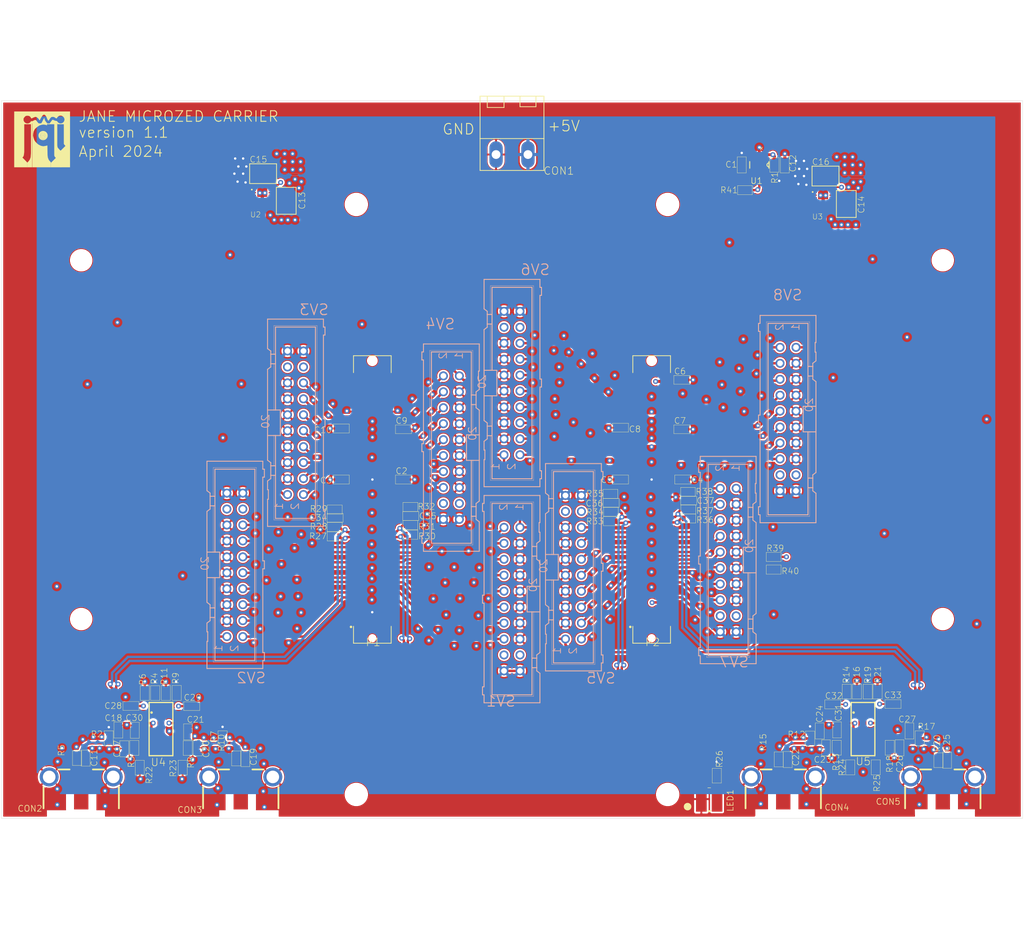
<source format=kicad_pcb>
(kicad_pcb (version 20240108) (generator "pcbnew") (generator_version "8.0")
  (layers (0 "F.Cu" signal "Top") (1 "In1.Cu" signal "Route2") (2 "In2.Cu" signal "Route15") (31 "B.Cu" signal "Bottom") (34 "B.Paste" user) (35 "F.Paste" user) (36 "B.SilkS" user "B.Silkscreen") (37 "F.SilkS" user "F.Silkscreen") (38 "B.Mask" user) (39 "F.Mask" user) (44 "Edge.Cuts" user))
  (net 0 "")
  (net 1 "DGND")
  (net 2 "VCCIO_EN")
  (net 3 "+5V")
  (net 4 "B3[4]")
  (net 5 "B3[5]")
  (net 6 "B3[6]")
  (net 7 "B3[7]")
  (net 8 "B3[3]")
  (net 9 "B3[2]")
  (net 10 "B3[1]")
  (net 11 "B3[0]")
  (net 12 "B4[0]")
  (net 13 "B5[4]")
  (net 14 "B7[4]")
  (net 15 "B5[5]")
  (net 16 "B7[5]")
  (net 17 "B5[6]")
  (net 18 "B7[6]")
  (net 19 "B5[7]")
  (net 20 "B7[7]")
  (net 21 "B5[3]")
  (net 22 "B7[3]")
  (net 23 "B5[2]")
  (net 24 "B7[2]")
  (net 25 "B5[1]")
  (net 26 "B7[1]")
  (net 27 "B5[0]")
  (net 28 "B7[0]")
  (net 29 "B8[4]")
  (net 30 "B8[5]")
  (net 31 "B8[6]")
  (net 32 "B8[7]")
  (net 33 "B8[3]")
  (net 34 "B8[2]")
  (net 35 "B8[1]")
  (net 36 "B8[0]")
  (net 37 "VCCIO_13_AND_35")
  (net 38 "VCCIO_34")
  (net 39 "B1[7]")
  (net 40 "B1[6]")
  (net 41 "B1[5]")
  (net 42 "B1[4]")
  (net 43 "ENABLE")
  (net 44 "B1[0]")
  (net 45 "B1[1]")
  (net 46 "B1[3]")
  (net 47 "B1[2]")
  (net 48 "B2[0]")
  (net 49 "B2[1]")
  (net 50 "B2[2]")
  (net 51 "B2[3]")
  (net 52 "B2[7]")
  (net 53 "B2[6]")
  (net 54 "B2[5]")
  (net 55 "B2[4]")
  (net 56 "B4[1]")
  (net 57 "B4[2]")
  (net 58 "B4[3]")
  (net 59 "B4[7]")
  (net 60 "B4[6]")
  (net 61 "B4[5]")
  (net 62 "B4[4]")
  (net 63 "B6[4]")
  (net 64 "B6[5]")
  (net 65 "B6[6]")
  (net 66 "B6[7]")
  (net 67 "B6[3]")
  (net 68 "B6[2]")
  (net 69 "B6[1]")
  (net 70 "B6[0]")
  (net 71 "OUT1_P")
  (net 72 "OUT1_N")
  (net 73 "OUT2_P")
  (net 74 "OUT2_N")
  (net 75 "OUT4_P")
  (net 76 "OUT4_N")
  (net 77 "OUT3_P")
  (net 78 "OUT3_N")
  (net 79 "Net-(C1-PadP$2)")
  (net 80 "/carrier_4/INPUT1")
  (net 81 "Net-(C11-PadP$1)")
  (net 82 "/carrier_4/TH1")
  (net 83 "/carrier_4/INPUT2")
  (net 84 "Net-(C19-PadP$1)")
  (net 85 "/carrier_4/TH2")
  (net 86 "/carrier_4/INPUT3")
  (net 87 "Net-(C22-PadP$1)")
  (net 88 "/carrier_4/TH3")
  (net 89 "/carrier_4/INPUT4")
  (net 90 "Net-(C25-PadP$1)")
  (net 91 "/carrier_4/TH4")
  (net 92 "Net-(C34-PadP$2)")
  (net 93 "Net-(C35-PadP$2)")
  (net 94 "Net-(C36-PadP$2)")
  (net 95 "Net-(C37-PadP$2)")
  (net 96 "Net-(LED1-PadP$2)")
  (net 97 "/carrier_2/DXP_0_N")
  (net 98 "/carrier_2/VN_0_N")
  (net 99 "/carrier_2/DXP_0_P")
  (net 100 "/carrier_2/VP_0_P")
  (net 101 "/carrier_2/BANK13_LVDS_3_N")
  (net 102 "/carrier_2/BANK13_LVDS_2_N")
  (net 103 "/carrier_2/BANK13_LVDS_3_P")
  (net 104 "/carrier_2/BANK13_LVDS_2_P")
  (net 105 "/carrier_2/BANK13_LVDS_1_N")
  (net 106 "/carrier_2/BANK13_LVDS_0_N")
  (net 107 "/carrier_2/BANK13_LVDS_1_P")
  (net 108 "/carrier_2/BANK13_LVDS_0_P")
  (net 109 "Net-(P1-Pad56)")
  (net 110 "/carrier_2/N$19")
  (net 111 "/carrier_2/N$18")
  (net 112 "/carrier_2/N$17")
  (net 113 "/carrier_2/N$16")
  (net 114 "/carrier_2/N$15")
  (net 115 "/carrier_2/N$14")
  (net 116 "/carrier_2/N$13")
  (net 117 "/carrier_2/N$12")
  (net 118 "/carrier_2/N$11")
  (net 119 "/carrier_2/N$10")
  (net 120 "/carrier_2/N$9")
  (net 121 "/carrier_2/JX1_SE_1")
  (net 122 "/carrier_2/JX1_SE_0")
  (net 123 "/carrier_2/FPGA_DONE")
  (net 124 "/carrier_2/VBAT")
  (net 125 "/carrier_2/CARRIER_SRST#")
  (net 126 "/carrier_2/JTAG_TDI")
  (net 127 "/carrier_2/JTAG_TDO")
  (net 128 "/carrier_2/JTAG_TCK")
  (net 129 "/carrier_2/JTAG_TMS")
  (net 130 "/carrier_2/BANK13_SE_0")
  (net 131 "/carrier_2/BANK13_LVDS_6_N")
  (net 132 "/carrier_2/BANK13_LVDS_6_P")
  (net 133 "/carrier_2/BANK13_LVDS_5_N")
  (net 134 "/carrier_2/BANK13_LVDS_4_N")
  (net 135 "/carrier_2/BANK13_LVDS_5_P")
  (net 136 "/carrier_2/BANK13_LVDS_4_P")
  (net 137 "/carrier_2/N$36")
  (net 138 "/carrier_2/N$35")
  (net 139 "/carrier_2/N$34")
  (net 140 "/carrier_2/N$32")
  (net 141 "/carrier_2/N$31")
  (net 142 "/carrier_2/N$30")
  (net 143 "/carrier_2/N$29")
  (net 144 "/carrier_2/N$28")
  (net 145 "/carrier_2/N$27")
  (net 146 "/carrier_2/N$26")
  (net 147 "/carrier_2/N$25")
  (net 148 "/carrier_2/JX2_SE_1")
  (net 149 "/carrier_2/JX2_SE_0")
  (net 150 "/carrier_2/PG_CARRIER")
  (net 151 "/carrier_2/PROGRAM")
  (net 152 "/carrier_2/PMOD_D7")
  (net 153 "/carrier_2/PMOD_D6")
  (net 154 "/carrier_2/PMOD_D5")
  (net 155 "/carrier_2/PMOD_D4")
  (net 156 "/carrier_2/PMOD_D3")
  (net 157 "/carrier_2/PMOD_D2")
  (net 158 "/carrier_2/PMOD_D0")
  (net 159 "/carrier_2/PMOD_D1")
  (net 160 "Net-(R1-PadP$1)")
  (net 161 "Net-(R22-PadP$1)")
  (net 162 "Net-(R23-PadP$2)")
  (net 163 "Net-(R24-PadP$1)")
  (net 164 "Net-(R25-PadP$2)")
  (net 165 "Net-(U1-Pad3)")
  (net 166 "Net-(U2-Pad3)")
  (net 167 "Net-(U3-Pad3)")
  (net 168 "Net-(U4-Pad16)")
  (net 169 "Net-(U4-Pad15)")
  (net 170 "Net-(U4-Pad6)")
  (net 171 "Net-(U4-Pad5)")
  (net 172 "Net-(U5-Pad16)")
  (net 173 "Net-(U5-Pad15)")
  (net 174 "Net-(U5-Pad6)")
  (net 175 "Net-(U5-Pad5)")
  (footprint "carrier:FCI_61083-101400LF" (layer "F.Cu") (at 86.76005 88.6714 90)
    (property "Reference" "P1")
    (property "Value" "61083-101400LF")
  )
  (footprint "carrier:FCI_61083-101400LF" (layer "F.Cu") (at 131.22275 88.6714 90)
    (property "Reference" "P2")
    (property "Value" "61083-101400LF")
  )
  (footprint "carrier:SOT95P280X145-6N" (layer "F.Cu") (at 148.3614 35.3824 -90)
    (property "Reference" "U1")
    (property "Value" "STM6779LWB6F")
  )
  (footprint "carrier:TOREX_XCL214B123DR" (layer "F.Cu") (at 69.2404 40.7164)
    (property "Reference" "U2")
    (property "Value" "XCL214B333DR")
  )
  (footprint "carrier:TOREX_XCL214B123DR" (layer "F.Cu") (at 158.5214 41.0974)
    (property "Reference" "U3")
    (property "Value" "XCL214B333DR")
  )
  (footprint "carrier:R_0603" (layer "F.Cu") (at 150.7744 35.3824 -90)
    (property "Reference" "R1")
    (property "Value" "10k" (hide yes))
  )
  (footprint "carrier:C_MLCC_0603" (layer "F.Cu") (at 145.5674 35.3824 -90)
    (property "Reference" "C1")
    (property "Value" "DNP" (hide yes))
  )
  (footprint "carrier:C_MLCC_0603" (layer "F.Cu") (at 91.7194 85.4964)
    (property "Reference" "C2")
    (property "Value" "100nF" (hide yes))
  )
  (footprint "carrier:C_MLCC_0603" (layer "F.Cu") (at 81.8134 85.4964 180)
    (property "Reference" "C3")
    (property "Value" "100nF" (hide yes))
  )
  (footprint "carrier:C_MLCC_0603" (layer "F.Cu") (at 136.1694 85.4964)
    (property "Reference" "C4")
    (property "Value" "100nF" (hide yes))
  )
  (footprint "carrier:C_MLCC_0603" (layer "F.Cu") (at 126.2634 85.4964 180)
    (property "Reference" "C5")
    (property "Value" "100nF" (hide yes))
  )
  (footprint "carrier:C_MLCC_0603" (layer "F.Cu") (at 136.0424 69.6214)
    (property "Reference" "C6")
    (property "Value" "100nF" (hide yes))
  )
  (footprint "carrier:C_MLCC_0603" (layer "F.Cu") (at 136.0424 77.4954)
    (property "Reference" "C7")
    (property "Value" "100nF" (hide yes))
  )
  (footprint "carrier:C_MLCC_0603" (layer "F.Cu") (at 126.2634 77.2414 180)
    (property "Reference" "C8")
    (property "Value" "100nF" (hide yes))
  )
  (footprint "carrier:C_MLCC_0603" (layer "F.Cu") (at 91.7194 77.4954)
    (property "Reference" "C9")
    (property "Value" "100nF" (hide yes))
  )
  (footprint "carrier:C_MLCC_0603" (layer "F.Cu") (at 81.8134 77.3684 180)
    (property "Reference" "C10")
    (property "Value" "100nF" (hide yes))
  )
  (footprint "carrier:C_MLCC_0603" (layer "F.Cu") (at 152.4254 35.3824 90)
    (property "Reference" "C12")
    (property "Value" "100nF" (hide yes))
  )
  (footprint "carrier:C_MLCC_1210" (layer "F.Cu") (at 73.0504 41.0974 90)
    (property "Reference" "C13")
    (property "Value" "10uF" (hide yes))
  )
  (footprint "carrier:C_MLCC_1210" (layer "F.Cu") (at 162.2044 41.6054 90)
    (property "Reference" "C14")
    (property "Value" "10uF" (hide yes))
  )
  (footprint "carrier:C_MLCC_1210" (layer "F.Cu") (at 69.3674 36.7794)
    (property "Reference" "C15")
    (property "Value" "10uF" (hide yes))
  )
  (footprint "carrier:C_MLCC_1210" (layer "F.Cu") (at 158.9024 37.1604)
    (property "Reference" "C16")
    (property "Value" "10uF" (hide yes))
  )
  (footprint "carrier:EDSTL130_02" (layer "F.Cu") (at 108.9914 33.7314)
    (property "Reference" "CON1")
    (property "Value" "EDSTL130_02" (hide yes))
  )
  (footprint "carrier:QSOP20" (layer "F.Cu") (at 53.1114 125.2474 -90)
    (property "Reference" "U4")
    (property "Value" "ADCMP552")
  )
  (footprint "carrier:QSOP20" (layer "F.Cu") (at 164.8714 125.2474 -90)
    (property "Reference" "U5")
    (property "Value" "ADCMP552")
  )
  (footprint "carrier:BNC_V-BITE_PCB_EDGE" (layer "F.Cu") (at 40.4114 132.8674 -90)
    (property "Reference" "CON2")
    (property "Value" "BNC_361V504EFT" (hide yes))
  )
  (footprint "carrier:R_0603" (layer "F.Cu") (at 44.8056 126.6952 90)
    (property "Reference" "R2")
    (property "Value" "DNP" (hide yes))
  )
  (footprint "carrier:R_0603" (layer "F.Cu") (at 48.8696 128.2446 90)
    (property "Reference" "R3")
    (property "Value" "50" (hide yes))
  )
  (footprint "carrier:R_0603" (layer "F.Cu") (at 52.1716 119.507 90)
    (property "Reference" "R4")
    (property "Value" "10k" (hide yes))
  )
  (footprint "carrier:R_0603" (layer "F.Cu") (at 39.751 129.8702 -90)
    (property "Reference" "R5")
    (property "Value" "0" (hide yes))
  )
  (footprint "carrier:C_MLCC_0603" (layer "F.Cu") (at 41.1226 129.8702 90)
    (property "Reference" "C11")
    (property "Value" "0" (hide yes))
  )
  (footprint "carrier:C_MLCC_0603" (layer "F.Cu") (at 47.2694 128.3716 -90)
    (property "Reference" "C17")
    (property "Value" "DNP" (hide yes))
  )
  (footprint "carrier:R_0603" (layer "F.Cu") (at 50.546 119.507 -90)
    (property "Reference" "R6")
    (property "Value" "2.5k" (hide yes))
  )
  (footprint "carrier:C_MLCC_0603" (layer "F.Cu") (at 46.3296 125.3998 -90)
    (property "Reference" "C18")
    (property "Value" "100nF" (hide yes))
  )
  (footprint "carrier:BNC_V-BITE_PCB_EDGE" (layer "F.Cu") (at 65.8114 132.8674 -90)
    (property "Reference" "CON3")
    (property "Value" "BNC_361V504EFT" (hide yes))
  )
  (footprint "carrier:R_0603" (layer "F.Cu") (at 62.9158 126.7206 90)
    (property "Reference" "R7")
    (property "Value" "DNP" (hide yes))
  )
  (footprint "carrier:R_0603" (layer "F.Cu") (at 57.3786 128.27 90)
    (property "Reference" "R8")
    (property "Value" "50" (hide yes))
  )
  (footprint "carrier:R_0603" (layer "F.Cu") (at 55.6006 119.4816 90)
    (property "Reference" "R9")
    (property "Value" "10k" (hide yes))
  )
  (footprint "carrier:R_0603" (layer "F.Cu") (at 65.0748 129.921 -90)
    (property "Reference" "R10")
    (property "Value" "0" (hide yes))
  )
  (footprint "carrier:C_MLCC_0603" (layer "F.Cu") (at 66.548 129.9464 90)
    (property "Reference" "C19")
    (property "Value" "0" (hide yes))
  )
  (footprint "carrier:C_MLCC_0603" (layer "F.Cu") (at 58.9534 128.2446 -90)
    (property "Reference" "C20")
    (property "Value" "DNP" (hide yes))
  )
  (footprint "carrier:R_0603" (layer "F.Cu") (at 53.8988 119.4816 -90)
    (property "Reference" "R11")
    (property "Value" "2.5k" (hide yes))
  )
  (footprint "carrier:C_MLCC_0603" (layer "F.Cu") (at 57.404 125.7046 -90)
    (property "Reference" "C21")
    (property "Value" "100nF" (hide yes))
  )
  (footprint "carrier:BNC_V-BITE_PCB_EDGE" (layer "F.Cu") (at 152.1714 132.8674 -90)
    (property "Reference" "CON4")
    (property "Value" "BNC_361V504EFT" (hide yes))
  )
  (footprint "carrier:R_0603" (layer "F.Cu") (at 156.4386 126.746 90)
    (property "Reference" "R12")
    (property "Value" "DNP" (hide yes))
  )
  (footprint "carrier:R_0603" (layer "F.Cu") (at 160.6804 128.2192 90)
    (property "Reference" "R13")
    (property "Value" "50" (hide yes))
  )
  (footprint "carrier:R_0603" (layer "F.Cu") (at 162.2806 119.2784 90)
    (property "Reference" "R14")
    (property "Value" "10k" (hide yes))
  )
  (footprint "carrier:R_0603" (layer "F.Cu") (at 151.4602 130.0734 -90)
    (property "Reference" "R15")
    (property "Value" "0" (hide yes))
  )
  (footprint "carrier:C_MLCC_0603" (layer "F.Cu") (at 152.8826 130.0988 90)
    (property "Reference" "C22")
    (property "Value" "0" (hide yes))
  )
  (footprint "carrier:C_MLCC_0603" (layer "F.Cu") (at 158.9786 128.2446 -90)
    (property "Reference" "C23")
    (property "Value" "DNP" (hide yes))
  )
  (footprint "carrier:R_0603" (layer "F.Cu") (at 163.9062 119.2784 -90)
    (property "Reference" "R16")
    (property "Value" "2.5k" (hide yes))
  )
  (footprint "carrier:C_MLCC_0603" (layer "F.Cu") (at 157.988 125.5522 -90)
    (property "Reference" "C24")
    (property "Value" "100nF" (hide yes))
  )
  (footprint "carrier:BNC_V-BITE_PCB_EDGE" (layer "F.Cu") (at 177.5714 132.8674 -90)
    (property "Reference" "CON5")
    (property "Value" "BNC_361V504EFT" (hide yes))
  )
  (footprint "carrier:R_0603" (layer "F.Cu") (at 173.8884 126.7206 90)
    (property "Reference" "R17")
    (property "Value" "DNP" (hide yes))
  )
  (footprint "carrier:R_0603" (layer "F.Cu") (at 169.1386 128.2192 90)
    (property "Reference" "R18")
    (property "Value" "50" (hide yes))
  )
  (footprint "carrier:R_0603" (layer "F.Cu") (at 165.6334 119.2784 90)
    (property "Reference" "R19")
    (property "Value" "10k" (hide yes))
  )
  (footprint "carrier:R_0603" (layer "F.Cu") (at 176.8856 130.2004 -90)
    (property "Reference" "R20")
    (property "Value" "0" (hide yes))
  )
  (footprint "carrier:C_MLCC_0603" (layer "F.Cu") (at 178.2572 130.2004 90)
    (property "Reference" "C25")
    (property "Value" "0" (hide yes))
  )
  (footprint "carrier:C_MLCC_0603" (layer "F.Cu") (at 170.688 128.2192 -90)
    (property "Reference" "C26")
    (property "Value" "DNP" (hide yes))
  )
  (footprint "carrier:R_0603" (layer "F.Cu") (at 167.1828 119.2784 -90)
    (property "Reference" "R21")
    (property "Value" "2.5k" (hide yes))
  )
  (footprint "carrier:C_MLCC_0603" (layer "F.Cu") (at 172.2628 125.5522 -90)
    (property "Reference" "C27")
    (property "Value" "100nF" (hide yes))
  )
  (footprint "carrier:C_MLCC_0603" (layer "F.Cu") (at 48.3362 121.5644)
    (property "Reference" "C28")
    (property "Value" "100nF" (hide yes))
  )
  (footprint "carrier:C_MLCC_0603" (layer "F.Cu") (at 57.9882 121.5898)
    (property "Reference" "C29")
    (property "Value" "100nF" (hide yes))
  )
  (footprint "carrier:C_MLCC_0603" (layer "F.Cu") (at 48.9458 125.4252 -90)
    (property "Reference" "C30")
    (property "Value" "100nF" (hide yes))
  )
  (footprint "carrier:R_0603" (layer "F.Cu") (at 49.7332 131.3942 -90)
    (property "Reference" "R22")
    (property "Value" "DNP" (hide yes))
  )
  (footprint "carrier:R_0603" (layer "F.Cu") (at 56.5658 131.3942 90)
    (property "Reference" "R23")
    (property "Value" "DNP" (hide yes))
  )
  (footprint "carrier:R_0603" (layer "F.Cu") (at 162.8394 131.3434 -90)
    (property "Reference" "R24")
    (property "Value" "DNP" (hide yes))
  )
  (footprint "carrier:R_0603" (layer "F.Cu") (at 166.9034 131.3434 90)
    (property "Reference" "R25")
    (property "Value" "DNP" (hide yes))
  )
  (footprint "carrier:C_MLCC_0603" (layer "F.Cu") (at 160.7312 125.3744 -90)
    (property "Reference" "C31")
    (property "Value" "100nF" (hide yes))
  )
  (footprint "carrier:C_MLCC_0603" (layer "F.Cu") (at 160.0708 121.3104)
    (property "Reference" "C32")
    (property "Value" "100nF" (hide yes))
  )
  (footprint "carrier:C_MLCC_0603" (layer "F.Cu") (at 169.6466 121.2596)
    (property "Reference" "C33")
    (property "Value" "100nF" (hide yes))
  )
  (footprint "carrier:LED-AA4040QBS" (layer "F.Cu") (at 140.3858 136.398 180)
    (property "Reference" "LED1")
    (property "Value" "LED-AA4040QBS" (hide yes))
  )
  (footprint "carrier:R_0603" (layer "F.Cu") (at 141.605 132.6642 -90)
    (property "Reference" "R26")
    (property "Value" "200" (hide yes))
  )
  (footprint "carrier:JQI_LOGO_NEGATIVE-SILKSCREEN" (layer "F.Cu") (at 29.7434 35.7634)
    (property "Reference" "LOGO3" (hide yes))
    (property "Value" "JQI-LOGOSILK" (hide yes))
  )
  (footprint "carrier:FID_1.5MM" (layer "F.Cu") (at 36.3474 119.6594)
    (property "Reference" "FID1" (hide yes))
    (property "Value" "FIDUCIAL-1.5MM" (hide yes))
  )
  (footprint "carrier:FID_1.5MM" (layer "F.Cu") (at 184.1754 119.6594)
    (property "Reference" "FID2" (hide yes))
    (property "Value" "FIDUCIAL-1.5MM" (hide yes))
  )
  (footprint "carrier:FID_1.5MM" (layer "F.Cu") (at 36.3474 44.9074)
    (property "Reference" "FID3" (hide yes))
    (property "Value" "FIDUCIAL-1.5MM" (hide yes))
  )
  (footprint "carrier:FID_1.5MM" (layer "F.Cu") (at 184.1754 44.9074)
    (property "Reference" "FID4" (hide yes))
    (property "Value" "FIDUCIAL-1.5MM" (hide yes))
  )
  (footprint "carrier:R_0603" (layer "F.Cu") (at 80.7466 94.5388)
    (property "Reference" "R27")
    (property "Value" "49.9" (hide yes))
  )
  (footprint "carrier:C_MLCC_0603" (layer "F.Cu") (at 80.8228 91.5924 180)
    (property "Reference" "C34")
    (property "Value" "100nF" (hide yes))
  )
  (footprint "carrier:R_0603" (layer "F.Cu") (at 80.772 93.0656)
    (property "Reference" "R28")
    (property "Value" "49.9" (hide yes))
  )
  (footprint "carrier:R_0603" (layer "F.Cu") (at 80.772 90.297 180)
    (property "Reference" "R29")
    (property "Value" "49.9" (hide yes))
  )
  (footprint "carrier:R_0603" (layer "F.Cu") (at 92.8116 94.2848 180)
    (property "Reference" "R30")
    (property "Value" "49.9" (hide yes))
  )
  (footprint "carrier:C_MLCC_0603" (layer "F.Cu") (at 92.8878 91.313)
    (property "Reference" "C35")
    (property "Value" "100nF" (hide yes))
  )
  (footprint "carrier:R_0603" (layer "F.Cu") (at 92.8116 92.7608 180)
    (property "Reference" "R31")
    (property "Value" "49.9" (hide yes))
  )
  (footprint "carrier:R_0603" (layer "F.Cu") (at 92.8116 89.8652)
    (property "Reference" "R32")
    (property "Value" "49.9" (hide yes))
  )
  (footprint "carrier:R_0603" (layer "F.Cu") (at 124.714 92.1258)
    (property "Reference" "R33")
    (property "Value" "49.9" (hide yes))
  )
  (footprint "carrier:C_MLCC_0603" (layer "F.Cu") (at 124.7648 89.2302 180)
    (property "Reference" "C36")
    (property "Value" "100nF" (hide yes))
  )
  (footprint "carrier:R_0603" (layer "F.Cu") (at 124.7394 90.6272)
    (property "Reference" "R34")
    (property "Value" "49.9" (hide yes))
  )
  (footprint "carrier:R_0603" (layer "F.Cu") (at 124.6632 87.7824 180)
    (property "Reference" "R35")
    (property "Value" "49.9" (hide yes))
  )
  (footprint "carrier:R_0603" (layer "F.Cu") (at 137.0838 91.694 180)
    (property "Reference" "R36")
    (property "Value" "49.9" (hide yes))
  )
  (footprint "carrier:C_MLCC_0603" (layer "F.Cu") (at 137.1092 88.8492)
    (property "Reference" "C37")
    (property "Value" "100nF" (hide yes))
  )
  (footprint "carrier:R_0603" (layer "F.Cu") (at 137.0584 90.2462 180)
    (property "Reference" "R37")
    (property "Value" "49.9" (hide yes))
  )
  (footprint "carrier:R_0603" (layer "F.Cu") (at 137.0076 87.4776)
    (property "Reference" "R38")
    (property "Value" "49.9" (hide yes))
  )
  (footprint "carrier:R_0603" (layer "F.Cu") (at 150.6474 97.8154)
    (property "Reference" "R39")
    (property "Value" "10k" (hide yes))
  )
  (footprint "carrier:R_0603" (layer "F.Cu") (at 150.6474 99.8474 180)
    (property "Reference" "R40")
    (property "Value" "DNP" (hide yes))
  )
  (footprint "carrier:R_0603" (layer "F.Cu") (at 146.0754 39.3954)
    (property "Reference" "R41")
    (property "Value" "10k" (hide yes))
  )
  (footprint "" (layer "F.Cu") (at 133.77545 135.6614)
    (property "Reference" "@HOLE2" (hide yes))
    (property "Value" "")
  )
  (footprint "" (layer "F.Cu") (at 84.20735 135.6614)
    (property "Reference" "@HOLE3" (hide yes))
    (property "Value" "")
  )
  (footprint "" (layer "F.Cu") (at 177.5714 107.7214)
    (property "Reference" "@HOLE6" (hide yes))
    (property "Value" "")
  )
  (footprint "" (layer "F.Cu") (at 177.5714 50.5714)
    (property "Reference" "@HOLE7" (hide yes))
    (property "Value" "")
  )
  (footprint "" (layer "F.Cu") (at 84.20735 41.6814)
    (property "Reference" "@HOLE1" (hide yes))
    (property "Value" "")
  )
  (footprint "" (layer "F.Cu") (at 40.4114 107.7214)
    (property "Reference" "@HOLE5" (hide yes))
    (property "Value" "")
  )
  (footprint "" (layer "F.Cu") (at 133.77545 41.6814)
    (property "Reference" "@HOLE0" (hide yes))
    (property "Value" "")
  )
  (footprint "" (layer "F.Cu") (at 40.4114 50.5714)
    (property "Reference" "@HOLE4" (hide yes))
    (property "Value" "")
  )
  (footprint "carrier:ML20" (layer "B.Cu") (at 108.9914 104.5464 -90)
    (property "Reference" "SV1")
    (property "Value" "ML20")
  )
  (footprint "carrier:ML20" (layer "B.Cu") (at 64.8716 99.0854 90)
    (property "Reference" "SV2")
    (property "Value" "ML20")
  )
  (footprint "carrier:ML20" (layer "B.Cu") (at 74.5236 76.454 90)
    (property "Reference" "SV3")
    (property "Value" "ML20")
  )
  (footprint "carrier:ML20" (layer "B.Cu") (at 99.3394 80.4164 -90)
    (property "Reference" "SV4")
    (property "Value" "ML20")
  )
  (footprint "carrier:ML20" (layer "B.Cu") (at 118.7704 99.4664 90)
    (property "Reference" "SV5")
    (property "Value" "ML20")
  )
  (footprint "carrier:ML20" (layer "B.Cu") (at 108.9914 70.1294 90)
    (property "Reference" "SV6")
    (property "Value" "ML20")
  )
  (footprint "carrier:ML20" (layer "B.Cu") (at 143.4084 98.3234 -90)
    (property "Reference" "SV7")
    (property "Value" "ML20")
  )
  (footprint "carrier:ML20" (layer "B.Cu") (at 152.9334 75.8698 -90)
    (property "Reference" "SV8")
    (property "Value" "ML20")
  )
  (gr_line (start 27.7114 139.4714) (end 190.2714 139.4714) (stroke (width 0.05)) (layer "Edge.Cuts"))
  (gr_line (start 190.2714 139.4714) (end 190.2714 25.1714) (stroke (width 0.05)) (layer "Edge.Cuts"))
  (gr_line (start 190.2714 25.1714) (end 27.7114 25.1714) (stroke (width 0.05)) (layer "Edge.Cuts"))
  (gr_line (start 27.7114 25.1714) (end 27.7114 139.4714) (stroke (width 0.05)) (layer "Edge.Cuts"))
  (gr_text "JANE MICROZED CARRIER" (at 39.9034 28.6514 0) (layer "F.SilkS") (effects (font (size 1.6891 1.6891) (thickness 0.14224)) (justify left bottom)))
  (gr_text "version 1.1" (at 39.9034 31.1914 0) (layer "F.SilkS") (effects (font (size 1.6891 1.6891) (thickness 0.14224)) (justify left bottom)))
  (gr_text "April 2024" (at 39.9034 34.2394 0) (layer "F.SilkS") (effects (font (size 1.6891 1.6891) (thickness 0.14224)) (justify left bottom)))
  (gr_text "+5V" (at 114.5794 30.1754 0) (layer "F.SilkS") (effects (font (size 1.6891 1.6891) (thickness 0.14224)) (justify left bottom)))
  (gr_text "GND" (at 97.8154 30.6834 0) (layer "F.SilkS") (effects (font (size 1.6891 1.6891) (thickness 0.14224)) (justify left bottom)))
  (segment (start 170.8284 124.8022) (end 170.3578 125.2728) (width 0.381) (layer "F.Cu") (net 1))
  (segment (start 55.8614 126.2004) (end 55.055 126.2004) (width 0.381) (layer "F.Cu") (net 1))
  (segment (start 55.055 126.2004) (end 54.4322 125.5776) (width 0.381) (layer "F.Cu") (net 1))
  (segment (start 148.3614 34.087) (end 148.3614 32.5884) (width 0.4572) (layer "F.Cu") (net 1))
  (segment (start 159.7214 40.1974) (end 160.4154 40.1974) (width 0.254) (layer "F.Cu") (net 1))
  (segment (start 160.4154 40.1974) (end 162.0624 40.1974) (width 0.508) (layer "F.Cu") (net 1))
  (segment (start 162.0624 40.1974) (end 162.2044 40.0554) (width 0.508) (layer "F.Cu") (net 1))
  (segment (start 70.4404 39.8164) (end 71.0294 39.8164) (width 0.254) (layer "F.Cu") (net 1))
  (segment (start 71.0294 39.8164) (end 71.1454 39.7004) (width 0.254) (layer "F.Cu") (net 1))
  (segment (start 71.1454 39.7004) (end 72.8974 39.7004) (width 0.508) (layer "F.Cu") (net 1))
  (segment (start 72.8974 39.7004) (end 73.0504 39.5474) (width 0.508) (layer "F.Cu") (net 1))
  (segment (start 152.4254 34.6324) (end 152.4254 33.6044) (width 0.4572) (layer "F.Cu") (net 1))
  (segment (start 50.546 118.757) (end 50.546 117.6782) (width 0.381) (layer "F.Cu") (net 1))
  (segment (start 53.8988 117.729) (end 53.8734 117.7036) (width 0.381) (layer "F.Cu") (net 1))
  (segment (start 53.8988 118.7316) (end 53.8988 117.729) (width 0.381) (layer "F.Cu") (net 1))
  (segment (start 166.9034 132.0934) (end 164.9102 132.0934) (width 0.381) (layer "F.Cu") (net 1))
  (segment (start 164.9102 132.0934) (end 164.8968 132.08) (width 0.381) (layer "F.Cu") (net 1))
  (segment (start 163.9062 118.5284) (end 163.9062 117.5004) (width 0.381) (layer "F.Cu") (net 1))
  (segment (start 167.1828 118.5284) (end 167.1828 117.5258) (width 0.381) (layer "F.Cu") (net 1))
  (segment (start 167.1828 117.5258) (end 167.1574 117.5258) (width 0.381) (layer "F.Cu") (net 1))
  (segment (start 172.2628 124.8022) (end 170.8284 124.8022) (width 0.381) (layer "F.Cu") (net 1))
  (segment (start 162.8394 132.0934) (end 164.6802 132.0934) (width 0.381) (layer "F.Cu") (net 1))
  (segment (start 164.6802 132.0934) (end 164.6936 132.08) (width 0.381) (layer "F.Cu") (net 1))
  (segment (start 164.6936 132.08) (end 164.8968 132.08) (width 0.381) (layer "F.Cu") (net 1))
  (segment (start 84.56005 77.8714) (end 83.527425 77.8714) (width 0.254) (layer "F.Cu") (net 1))
  (segment (start 83.527425 77.8714) (end 83.273525 78.1253) (width 0.254) (layer "F.Cu") (net 1))
  (segment (start 83.273525 78.1253) (end 81.6102 78.1253) (width 0.254) (layer "F.Cu") (net 1))
  (segment (start 81.6102 78.1253) (end 81.0057 77.5208) (width 0.254) (layer "F.Cu") (net 1))
  (segment (start 81.0057 77.5208) (end 81.026 77.5208) (width 0.254) (layer "F.Cu") (net 1))
  (segment (start 81.026 77.5208) (end 81.0634 77.5582) (width 0.254) (layer "F.Cu") (net 1))
  (segment (start 81.0634 77.5582) (end 81.0634 77.3684) (width 0.254) (layer "F.Cu") (net 1))
  (segment (start 129.02275 77.8714) (end 127.7924 77.8714) (width 0.254) (layer "F.Cu") (net 1))
  (segment (start 127.7924 77.8714) (end 127.5842 78.0796) (width 0.254) (layer "F.Cu") (net 1))
  (segment (start 127.5842 78.0796) (end 124.7902 78.0796) (width 0.254) (layer "F.Cu") (net 1))
  (segment (start 124.7902 78.0796) (end 124.3838 77.6732) (width 0.254) (layer "F.Cu") (net 1))
  (segment (start 124.3838 77.6732) (end 124.3838 77.2922) (width 0.254) (layer "F.Cu") (net 1))
  (segment (start 158.0214 38.9302) (end 158.1658 38.7858) (width 0.254) (layer "F.Cu") (net 1))
  (segment (start 158.1658 38.7858) (end 158.242 38.862) (width 0.254) (layer "F.Cu") (net 1))
  (segment (start 158.242 38.862) (end 158.9786 38.862) (width 0.254) (layer "F.Cu") (net 1))
  (segment (start 158.9786 38.862) (end 158.9786 39.2752) (width 0.254) (layer "F.Cu") (net 1))
  (segment (start 159.0214 38.9048) (end 158.9786 38.862) (width 0.25) (layer "F.Cu") (net 1))
  (segment (start 158.0214 40.1402) (end 158.115 40.2338) (width 0.25) (layer "F.Cu") (net 1))
  (segment (start 159.0214 39.4724) (end 159.0214 38.9048) (width 0.25) (layer "F.Cu") (net 1))
  (segment (start 158.0214 38.9302) (end 158.0214 40.1402) (width 0.25) (layer "F.Cu") (net 1))
  (via (at 98.3488 101.9302) (size 0.7874) (drill 0.381) (layers "F.Cu" "B.Cu") (net 1))
  (via (at 95.7834 99.4156) (size 0.7874) (drill 0.381) (layers "F.Cu" "B.Cu") (net 1))
  (via (at 99.7966 99.441) (size 0.7874) (drill 0.381) (layers "F.Cu" "B.Cu") (net 1))
  (via (at 103.7844 99.5172) (size 0.7874) (drill 0.381) (layers "F.Cu" "B.Cu") (net 1))
  (via (at 105.6132 96.9264) (size 0.7874) (drill 0.381) (layers "F.Cu" "B.Cu") (net 1))
  (via (at 102.0826 96.8756) (size 0.7874) (drill 0.381) (layers "F.Cu" "B.Cu") (net 1))
  (via (at 97.8408 96.9264) (size 0.7874) (drill 0.381) (layers "F.Cu" "B.Cu") (net 1))
  (via (at 95.6564 95.885) (size 0.7874) (drill 0.381) (layers "F.Cu" "B.Cu") (net 1))
  (via (at 105.5116 92.9132) (size 0.7874) (drill 0.381) (layers "F.Cu" "B.Cu") (net 1))
  (via (at 142.621 74.0156) (size 0.7874) (drill 0.381) (layers "F.Cu" "B.Cu") (net 1))
  (via (at 145.3642 71.4502) (size 0.7874) (drill 0.381) (layers "F.Cu" "B.Cu") (net 1))
  (via (at 147.9042 68.6308) (size 0.7874) (drill 0.381) (layers "F.Cu" "B.Cu") (net 1))
  (via (at 145.9484 74.6506) (size 0.7874) (drill 0.381) (layers "F.Cu" "B.Cu") (net 1))
  (via (at 148.717 72.1614) (size 0.7874) (drill 0.381) (layers "F.Cu" "B.Cu") (net 1))
  (via (at 149.8346 75.1078) (size 0.7874) (drill 0.381) (layers "F.Cu" "B.Cu") (net 1))
  (via (at 148.1328 76.9112) (size 0.7874) (drill 0.381) (layers "F.Cu" "B.Cu") (net 1))
  (via (at 149.9616 80.1116) (size 0.7874) (drill 0.381) (layers "F.Cu" "B.Cu") (net 1))
  (via (at 148.9456 78.5622) (size 0.7874) (drill 0.381) (layers "F.Cu" "B.Cu") (net 1))
  (via (at 170.3578 125.2728) (size 0.7874) (drill 0.381) (layers "F.Cu" "B.Cu") (net 1))
  (via (at 54.4322 125.5776) (size 0.7874) (drill 0.381) (layers "F.Cu" "B.Cu") (net 1))
  (via (at 58.166 130.1242) (size 0.7874) (drill 0.381) (layers "F.Cu" "B.Cu") (net 1))
  (via (at 56.4642 133.1976) (size 0.7874) (drill 0.381) (layers "F.Cu" "B.Cu") (net 1))
  (via (at 150.6474 106.9848) (size 0.7874) (drill 0.381) (layers "F.Cu" "B.Cu") (net 1))
  (via (at 112.5982 62.5094) (size 0.7874) (drill 0.381) (layers "F.Cu" "B.Cu") (net 1))
  (via (at 117.2464 62.5856) (size 0.7874) (drill 0.381) (layers "F.Cu" "B.Cu") (net 1))
  (via (at 121.793 65.4304) (size 0.7874) (drill 0.381) (layers "F.Cu" "B.Cu") (net 1))
  (via (at 125.349 68.9102) (size 0.7874) (drill 0.381) (layers "F.Cu" "B.Cu") (net 1))
  (via (at 136.1694 71.8058) (size 0.7874) (drill 0.381) (layers "F.Cu" "B.Cu") (net 1))
  (via (at 142.0622 66.802) (size 0.7874) (drill 0.381) (layers "F.Cu" "B.Cu") (net 1))
  (via (at 145.8214 63.1444) (size 0.7874) (drill 0.381) (layers "F.Cu" "B.Cu") (net 1))
  (via (at 150.0632 62.992) (size 0.7874) (drill 0.381) (layers "F.Cu" "B.Cu") (net 1))
  (via (at 137.9474 85.4964) (size 0.7874) (drill 0.381) (layers "F.Cu" "B.Cu") (net 1))
  (via (at 124.5362 85.5218) (size 0.7874) (drill 0.381) (layers "F.Cu" "B.Cu") (net 1))
  (via (at 124.3838 77.2922) (size 0.7874) (drill 0.381) (layers "F.Cu" "B.Cu") (net 1))
  (via (at 93.5736 77.2414) (size 0.7874) (drill 0.381) (layers "F.Cu" "B.Cu") (net 1))
  (via (at 93.4974 85.4964) (size 0.7874) (drill 0.381) (layers "F.Cu" "B.Cu") (net 1))
  (via (at 80.0608 85.5218) (size 0.7874) (drill 0.381) (layers "F.Cu" "B.Cu") (net 1))
  (via (at 80.0354 77.3684) (size 0.7874) (drill 0.381) (layers "F.Cu" "B.Cu") (net 1))
  (via (at 148.3614 32.5884) (size 0.7874) (drill 0.381) (layers "F.Cu" "B.Cu") (net 1))
  (via (at 75.3364 34.8744) (size 0.7874) (drill 0.381) (layers "F.Cu" "B.Cu") (net 1))
  (via (at 74.0664 34.8744) (size 0.7874) (drill 0.381) (layers "F.Cu" "B.Cu") (net 1))
  (via (at 72.7964 34.8744) (size 0.7874) (drill 0.381) (layers "F.Cu" "B.Cu") (net 1))
  (via (at 72.7964 36.1444) (size 0.7874) (drill 0.381) (layers "F.Cu" "B.Cu") (net 1))
  (via (at 74.0664 36.1444) (size 0.7874) (drill 0.381) (layers "F.Cu" "B.Cu") (net 1))
  (via (at 75.3364 36.1444) (size 0.7874) (drill 0.381) (layers "F.Cu" "B.Cu") (net 1))
  (via (at 75.0824 39.0654) (size 0.7874) (drill 0.381) (layers "F.Cu" "B.Cu") (net 1))
  (via (at 74.4474 37.6684) (size 0.7874) (drill 0.381) (layers "F.Cu" "B.Cu") (net 1))
  (via (at 73.5584 38.3034) (size 0.7874) (drill 0.381) (layers "F.Cu" "B.Cu") (net 1))
  (via (at 163.3474 38.1764) (size 0.7874) (drill 0.381) (layers "F.Cu" "B.Cu") (net 1))
  (via (at 162.5854 38.9384) (size 0.7874) (drill 0.381) (layers "F.Cu" "B.Cu") (net 1))
  (via (at 164.4904 38.0494) (size 0.7874) (drill 0.381) (layers "F.Cu" "B.Cu") (net 1))
  (via (at 126.8476 88.2396) (size 0.7874) (drill 0.381) (layers "F.Cu" "B.Cu") (net 1))
  (via (at 126.9746 90.0176) (size 0.7874) (drill 0.381) (layers "F.Cu" "B.Cu") (net 1))
  (via (at 122.3518 97.1804) (size 0.7874) (drill 0.381) (layers "F.Cu" "B.Cu") (net 1))
  (via (at 124.0536 97.9932) (size 0.7874) (drill 0.381) (layers "F.Cu" "B.Cu") (net 1))
  (via (at 121.8692 100.1776) (size 0.7874) (drill 0.381) (layers "F.Cu" "B.Cu") (net 1))
  (via (at 124.8664 99.7204) (size 0.7874) (drill 0.381) (layers "F.Cu" "B.Cu") (net 1))
  (via (at 121.7676 102.7938) (size 0.7874) (drill 0.381) (layers "F.Cu" "B.Cu") (net 1))
  (via (at 124.7394 102.3874) (size 0.7874) (drill 0.381) (layers "F.Cu" "B.Cu") (net 1))
  (via (at 121.7676 105.3592) (size 0.7874) (drill 0.381) (layers "F.Cu" "B.Cu") (net 1))
  (via (at 62.2935 130.4798) (size 0.7874) (drill 0.381) (layers "F.Cu" "B.Cu") (net 1))
  (via (at 100.6094 109.5248) (size 0.7874) (drill 0.381) (layers "F.Cu" "B.Cu") (net 1))
  (via (at 105.537 109.474) (size 0.7874) (drill 0.381) (layers "F.Cu" "B.Cu") (net 1))
  (via (at 103.632 107.1626) (size 0.7874) (drill 0.381) (layers "F.Cu" "B.Cu") (net 1))
  (via (at 98.5012 107.0356) (size 0.7874) (drill 0.381) (layers "F.Cu" "B.Cu") (net 1))
  (via (at 96.4692 104.4702) (size 0.7874) (drill 0.381) (layers "F.Cu" "B.Cu") (net 1))
  (via (at 100.711 104.4448) (size 0.7874) (drill 0.381) (layers "F.Cu" "B.Cu") (net 1))
  (via (at 105.2322 104.4448) (size 0.7874) (drill 0.381) (layers "F.Cu" "B.Cu") (net 1))
  (via (at 102.9208 101.9048) (size 0.7874) (drill 0.381) (layers "F.Cu" "B.Cu") (net 1))
  (via (at 135.9154 83.1596) (size 0.7874) (drill 0.381) (layers "F.Cu" "B.Cu") (net 1))
  (via (at 139.2174 83.185) (size 0.7874) (drill 0.381) (layers "F.Cu" "B.Cu") (net 1))
  (via (at 142.8496 83.2358) (size 0.7874) (drill 0.381) (layers "F.Cu" "B.Cu") (net 1))
  (via (at 146.9136 83.2358) (size 0.7874) (drill 0.381) (layers "F.Cu" "B.Cu") (net 1))
  (via (at 149.987 83.2104) (size 0.7874) (drill 0.381) (layers "F.Cu" "B.Cu") (net 1))
  (via (at 135.0518 88.3158) (size 0.7874) (drill 0.381) (layers "F.Cu" "B.Cu") (net 1))
  (via (at 140.1064 85.0646) (size 0.7874) (drill 0.381) (layers "F.Cu" "B.Cu") (net 1))
  (via (at 140.5128 97.3582) (size 0.7874) (drill 0.381) (layers "F.Cu" "B.Cu") (net 1))
  (via (at 137.6934 100.33) (size 0.7874) (drill 0.381) (layers "F.Cu" "B.Cu") (net 1))
  (via (at 75.4634 38.0494) (size 0.7874) (drill 0.381) (layers "F.Cu" "B.Cu") (net 1))
  (via (at 96.3676 77.0128) (size 0.7874) (drill 0.381) (layers "F.Cu" "B.Cu") (net 1))
  (via (at 95.9612 79.9592) (size 0.7874) (drill 0.381) (layers "F.Cu" "B.Cu") (net 1))
  (via (at 96.52 83.0072) (size 0.7874) (drill 0.381) (layers "F.Cu" "B.Cu") (net 1))
  (via (at 96.6978 85.1154) (size 0.7874) (drill 0.381) (layers "F.Cu" "B.Cu") (net 1))
  (via (at 95.7834 86.8426) (size 0.7874) (drill 0.381) (layers "F.Cu" "B.Cu") (net 1))
  (via (at 65.913 70.2564) (size 0.7874) (drill 0.381) (layers "F.Cu" "B.Cu") (net 1))
  (via (at 62.9666 78.8416) (size 0.7874) (drill 0.381) (layers "F.Cu" "B.Cu") (net 1))
  (via (at 56.5658 100.8126) (size 0.7874) (drill 0.381) (layers "F.Cu" "B.Cu") (net 1))
  (via (at 85.1154 60.7568) (size 0.7874) (drill 0.381) (layers "F.Cu" "B.Cu") (net 1))
  (via (at 161.9504 34.1124) (size 0.7874) (drill 0.381) (layers "F.Cu" "B.Cu") (net 1))
  (via (at 163.2204 34.1124) (size 0.7874) (drill 0.381) (layers "F.Cu" "B.Cu") (net 1))
  (via (at 164.4904 35.3824) (size 0.7874) (drill 0.381) (layers "F.Cu" "B.Cu") (net 1))
  (via (at 163.2204 35.3824) (size 0.7874) (drill 0.381) (layers "F.Cu" "B.Cu") (net 1))
  (via (at 161.9504 35.3824) (size 0.7874) (drill 0.381) (layers "F.Cu" "B.Cu") (net 1))
  (via (at 161.9504 36.6524) (size 0.7874) (drill 0.381) (layers "F.Cu" "B.Cu") (net 1))
  (via (at 163.2204 36.6524) (size 0.7874) (drill 0.381) (layers "F.Cu" "B.Cu") (net 1))
  (via (at 164.4904 36.6524) (size 0.7874) (drill 0.381) (layers "F.Cu" "B.Cu") (net 1))
  (via (at 164.1094 39.0654) (size 0.7874) (drill 0.381) (layers "F.Cu" "B.Cu") (net 1))
  (via (at 78.486 93.472) (size 0.7874) (drill 0.381) (layers "F.Cu" "B.Cu") (net 1))
  (via (at 77.5716 87.9348) (size 0.7874) (drill 0.381) (layers "F.Cu" "B.Cu") (net 1))
  (via (at 77.5208 85.217) (size 0.7874) (drill 0.381) (layers "F.Cu" "B.Cu") (net 1))
  (via (at 77.978 81.9404) (size 0.7874) (drill 0.381) (layers "F.Cu" "B.Cu") (net 1))
  (via (at 77.851 78.5114) (size 0.7874) (drill 0.381) (layers "F.Cu" "B.Cu") (net 1))
  (via (at 77.9272 76.0222) (size 0.7874) (drill 0.381) (layers "F.Cu" "B.Cu") (net 1))
  (via (at 77.343 72.8726) (size 0.7874) (drill 0.381) (layers "F.Cu" "B.Cu") (net 1))
  (via (at 79.756 75.2856) (size 0.7874) (drill 0.381) (layers "F.Cu" "B.Cu") (net 1))
  (via (at 82.7024 74.5744) (size 0.7874) (drill 0.381) (layers "F.Cu" "B.Cu") (net 1))
  (via (at 152.4254 33.6044) (size 0.7874) (drill 0.381) (layers "F.Cu" "B.Cu") (net 1))
  (via (at 71.5264 33.6044) (size 0.7874) (drill 0.381) (layers "F.Cu" "B.Cu") (net 1))
  (via (at 72.7964 33.6044) (size 0.7874) (drill 0.381) (layers "F.Cu" "B.Cu") (net 1))
  (via (at 74.0664 33.6044) (size 0.7874) (drill 0.381) (layers "F.Cu" "B.Cu") (net 1))
  (via (at 58.5216 126.365) (size 0.7874) (drill 0.381) (layers "F.Cu" "B.Cu") (net 1))
  (via (at 60.0202 128.4224) (size 0.7874) (drill 0.381) (layers "F.Cu" "B.Cu") (net 1))
  (via (at 61.7982 128.397) (size 0.7874) (drill 0.381) (layers "F.Cu" "B.Cu") (net 1))
  (via (at 63.9064 128.3208) (size 0.7874) (drill 0.381) (layers "F.Cu" "B.Cu") (net 1))
  (via (at 151.5872 127.9652) (size 0.7874) (drill 0.381) (layers "F.Cu" "B.Cu") (net 1))
  (via (at 152.654 126.9238) (size 0.7874) (drill 0.381) (layers "F.Cu" "B.Cu") (net 1))
  (via (at 154.1018 126.5936) (size 0.7874) (drill 0.381) (layers "F.Cu" "B.Cu") (net 1))
  (via (at 155.3718 126.5936) (size 0.7874) (drill 0.381) (layers "F.Cu" "B.Cu") (net 1))
  (via (at 153.8859 128.2954) (size 0.7874) (drill 0.381) (layers "F.Cu" "B.Cu") (net 1))
  (via (at 43.3324 128.2954) (size 0.7874) (drill 0.381) (layers "F.Cu" "B.Cu") (net 1))
  (via (at 44.8564 128.4224) (size 0.7874) (drill 0.381) (layers "F.Cu" "B.Cu") (net 1))
  (via (at 46.101 128.4224) (size 0.7874) (drill 0.381) (layers "F.Cu" "B.Cu") (net 1))
  (via (at 48.2346 129.9972) (size 0.7874) (drill 0.381) (layers "F.Cu" "B.Cu") (net 1))
  (via (at 66.5226 128.0922) (size 0.7874) (drill 0.381) (layers "F.Cu" "B.Cu") (net 1))
  (via (at 65.6844 127.0762) (size 0.7874) (drill 0.381) (layers "F.Cu" "B.Cu") (net 1))
  (via (at 64.0588 126.5936) (size 0.7874) (drill 0.381) (layers "F.Cu" "B.Cu") (net 1))
  (via (at 61.4934 126.619) (size 0.7874) (drill 0.381) (layers "F.Cu" "B.Cu") (net 1))
  (via (at 59.9186 126.5936) (size 0.7874) (drill 0.381) (layers "F.Cu" "B.Cu") (net 1))
  (via (at 58.7756 124.9934) (size 0.7874) (drill 0.381) (layers "F.Cu" "B.Cu") (net 1))
  (via (at 47.6758 124.5616) (size 0.7874) (drill 0.381) (layers "F.Cu" "B.Cu") (net 1))
  (via (at 159.4358 124.5362) (size 0.7874) (drill 0.381) (layers "F.Cu" "B.Cu") (net 1))
  (via (at 49.8602 133.1976) (size 0.7874) (drill 0.381) (layers "F.Cu" "B.Cu") (net 1))
  (via (at 39.6494 128.0668) (size 0.7874) (drill 0.381) (layers "F.Cu" "B.Cu") (net 1))
  (via (at 40.6654 126.873) (size 0.7874) (drill 0.381) (layers "F.Cu" "B.Cu") (net 1))
  (via (at 42.3418 126.5174) (size 0.7874) (drill 0.381) (layers "F.Cu" "B.Cu") (net 1))
  (via (at 43.688 126.492) (size 0.7874) (drill 0.381) (layers "F.Cu" "B.Cu") (net 1))
  (via (at 42.164 128.2954) (size 0.7874) (drill 0.381) (layers "F.Cu" "B.Cu") (net 1))
  (via (at 160.6804 34.1124) (size 0.7874) (drill 0.381) (layers "F.Cu" "B.Cu") (net 1))
  (via (at 160.1216 69.2658) (size 0.7874) (drill 0.381) (layers "F.Cu" "B.Cu") (net 1))
  (via (at 86.7156 81.9658) (size 0.7874) (drill 0.381) (layers "F.Cu" "B.Cu") (net 1))
  (via (at 86.7664 87.8078) (size 0.7874) (drill 0.381) (layers "F.Cu" "B.Cu") (net 1))
  (via (at 86.7156 90.805) (size 0.7874) (drill 0.381) (layers "F.Cu" "B.Cu") (net 1))
  (via (at 86.6902 93.4212) (size 0.7874) (drill 0.381) (layers "F.Cu" "B.Cu") (net 1))
  (via (at 86.6648 95.7834) (size 0.7874) (drill 0.381) (layers "F.Cu" "B.Cu") (net 1))
  (via (at 86.741 97.7392) (size 0.7874) (drill 0.381) (layers "F.Cu" "B.Cu") (net 1))
  (via (at 86.7156 99.568) (size 0.7874) (drill 0.381) (layers "F.Cu" "B.Cu") (net 1))
  (via (at 86.6902 101.2698) (size 0.7874) (drill 0.381) (layers "F.Cu" "B.Cu") (net 1))
  (via (at 86.6902 103.0986) (size 0.7874) (drill 0.381) (layers "F.Cu" "B.Cu") (net 1))
  (via (at 86.6902 104.648) (size 0.7874) (drill 0.381) (layers "F.Cu" "B.Cu") (net 1))
  (via (at 181.3306 137.1854) (size 0.7874) (drill 0.381) (layers "F.Cu" "B.Cu") (net 1))
  (via (at 181.2036 135.0772) (size 0.7874) (drill 0.381) (layers "F.Cu" "B.Cu") (net 1))
  (via (at 181.3052 130.7338) (size 0.7874) (drill 0.381) (layers "F.Cu" "B.Cu") (net 1))
  (via (at 180.1368 128.7526) (size 0.7874) (drill 0.381) (layers "F.Cu" "B.Cu") (net 1))
  (via (at 173.6852 130.048) (size 0.7874) (drill 0.381) (layers "F.Cu" "B.Cu") (net 1))
  (via (at 173.8884 134.874) (size 0.7874) (drill 0.381) (layers "F.Cu" "B.Cu") (net 1))
  (via (at 173.8376 137.2616) (size 0.7874) (drill 0.381) (layers "F.Cu" "B.Cu") (net 1))
  (via (at 155.8798 130.5814) (size 0.7874) (drill 0.381) (layers "F.Cu" "B.Cu") (net 1))
  (via (at 155.8798 134.747) (size 0.7874) (drill 0.381) (layers "F.Cu" "B.Cu") (net 1))
  (via (at 155.8544 137.2108) (size 0.7874) (drill 0.381) (layers "F.Cu" "B.Cu") (net 1))
  (via (at 148.59 137.16) (size 0.7874) (drill 0.381) (layers "F.Cu" "B.Cu") (net 1))
  (via (at 148.59 134.8232) (size 0.7874) (drill 0.381) (layers "F.Cu" "B.Cu") (net 1))
  (via (at 71.755 106.7054) (size 0.7874) (drill 0.381) (layers "F.Cu" "B.Cu") (net 1))
  (via (at 67.8942 106.5784) (size 0.7874) (drill 0.381) (layers "F.Cu" "B.Cu") (net 1))
  (via (at 68.1736 104.2924) (size 0.7874) (drill 0.381) (layers "F.Cu" "B.Cu") (net 1))
  (via (at 72.1614 104.1146) (size 0.7874) (drill 0.381) (layers "F.Cu" "B.Cu") (net 1))
  (via (at 74.93 104.0892) (size 0.7874) (drill 0.381) (layers "F.Cu" "B.Cu") (net 1))
  (via (at 74.7522 101.4476) (size 0.7874) (drill 0.381) (layers "F.Cu" "B.Cu") (net 1))
  (via (at 69.9008 101.5492) (size 0.7874) (drill 0.381) (layers "F.Cu" "B.Cu") (net 1))
  (via (at 68.199 99.0346) (size 0.7874) (drill 0.381) (layers "F.Cu" "B.Cu") (net 1))
  (via (at 72.2884 98.9584) (size 0.7874) (drill 0.381) (layers "F.Cu" "B.Cu") (net 1))
  (via (at 131.2164 72.2884) (size 0.7874) (drill 0.381) (layers "F.Cu" "B.Cu") (net 1))
  (via (at 131.0894 90.7034) (size 0.7874) (drill 0.381) (layers "F.Cu" "B.Cu") (net 1))
  (via (at 131.0894 88.2904) (size 0.7874) (drill 0.381) (layers "F.Cu" "B.Cu") (net 1))
  (via (at 131.2164 102.6414) (size 0.7874) (drill 0.381) (layers "F.Cu" "B.Cu") (net 1))
  (via (at 131.2164 100.2284) (size 0.7874) (drill 0.381) (layers "F.Cu" "B.Cu") (net 1))
  (via (at 131.2164 97.8154) (size 0.7874) (drill 0.381) (layers "F.Cu" "B.Cu") (net 1))
  (via (at 131.2164 95.5294) (size 0.7874) (drill 0.381) (layers "F.Cu" "B.Cu") (net 1))
  (via (at 131.2164 93.1164) (size 0.7874) (drill 0.381) (layers "F.Cu" "B.Cu") (net 1))
  (via (at 131.2164 82.7024) (size 0.7874) (drill 0.381) (layers "F.Cu" "B.Cu") (net 1))
  (via (at 131.2164 80.2894) (size 0.7874) (drill 0.381) (layers "F.Cu" "B.Cu") (net 1))
  (via (at 131.2164 74.7014) (size 0.7874) (drill 0.381) (layers "F.Cu" "B.Cu") (net 1))
  (via (at 137.8204 69.6214) (size 0.7874) (drill 0.381) (layers "F.Cu" "B.Cu") (net 1))
  (via (at 137.8204 77.4954) (size 0.7874) (drill 0.381) (layers "F.Cu" "B.Cu") (net 1))
  (via (at 50.546 117.6782) (size 0.7874) (drill 0.381) (layers "F.Cu" "B.Cu") (net 1))
  (via (at 53.8734 117.7036) (size 0.7874) (drill 0.381) (layers "F.Cu" "B.Cu") (net 1))
  (via (at 138.8618 101.092) (size 0.7874) (drill 0.381) (layers "F.Cu" "B.Cu") (net 1))
  (via (at 140.4366 100.6602) (size 0.7874) (drill 0.381) (layers "F.Cu" "B.Cu") (net 1))
  (via (at 138.7602 103.0986) (size 0.7874) (drill 0.381) (layers "F.Cu" "B.Cu") (net 1))
  (via (at 140.7414 103.5304) (size 0.7874) (drill 0.381) (layers "F.Cu" "B.Cu") (net 1))
  (via (at 138.9126 105.6894) (size 0.7874) (drill 0.381) (layers "F.Cu" "B.Cu") (net 1))
  (via (at 140.5382 106.6292) (size 0.7874) (drill 0.381) (layers "F.Cu" "B.Cu") (net 1))
  (via (at 138.1506 107.823) (size 0.7874) (drill 0.381) (layers "F.Cu" "B.Cu") (net 1))
  (via (at 140.0556 109.728) (size 0.7874) (drill 0.381) (layers "F.Cu" "B.Cu") (net 1))
  (via (at 150.5458 93.0402) (size 0.7874) (drill 0.381) (layers "F.Cu" "B.Cu") (net 1))
  (via (at 102.2858 92.7862) (size 0.7874) (drill 0.381) (layers "F.Cu" "B.Cu") (net 1))
  (via (at 95.0214 92.7608) (size 0.7874) (drill 0.381) (layers "F.Cu" "B.Cu") (net 1))
  (via (at 95.4786 91.0082) (size 0.7874) (drill 0.381) (layers "F.Cu" "B.Cu") (net 1))
  (via (at 103.3272 112.014) (size 0.7874) (drill 0.381) (layers "F.Cu" "B.Cu") (net 1))
  (via (at 67.8434 111.4806) (size 0.7874) (drill 0.381) (layers "F.Cu" "B.Cu") (net 1))
  (via (at 73.4314 111.506) (size 0.7874) (drill 0.381) (layers "F.Cu" "B.Cu") (net 1))
  (via (at 68.9102 109.2708) (size 0.7874) (drill 0.381) (layers "F.Cu" "B.Cu") (net 1))
  (via (at 74.7776 109.22) (size 0.7874) (drill 0.381) (layers "F.Cu" "B.Cu") (net 1))
  (via (at 75.4126 106.68) (size 0.7874) (drill 0.381) (layers "F.Cu" "B.Cu") (net 1))
  (via (at 155.2448 128.2954) (size 0.7874) (drill 0.381) (layers "F.Cu" "B.Cu") (net 1))
  (via (at 156.6926 128.524) (size 0.7874) (drill 0.381) (layers "F.Cu" "B.Cu") (net 1))
  (via (at 157.988 128.4478) (size 0.7874) (drill 0.381) (layers "F.Cu" "B.Cu") (net 1))
  (via (at 159.893 129.8956) (size 0.7874) (drill 0.381) (layers "F.Cu" "B.Cu") (net 1))
  (via (at 178.2572 128.3208) (size 0.7874) (drill 0.381) (layers "F.Cu" "B.Cu") (net 1))
  (via (at 176.9364 126.8476) (size 0.7874) (drill 0.381) (layers "F.Cu" "B.Cu") (net 1))
  (via (at 174.9806 126.5428) (size 0.7874) (drill 0.381) (layers "F.Cu" "B.Cu") (net 1))
  (via (at 176.0982 128.5494) (size 0.7874) (drill 0.381) (layers "F.Cu" "B.Cu") (net 1))
  (via (at 174.5488 128.4224) (size 0.7874) (drill 0.381) (layers "F.Cu" "B.Cu") (net 1))
  (via (at 118.7704 76.3778) (size 0.7874) (drill 0.381) (layers "F.Cu" "B.Cu") (net 1))
  (via (at 121.4628 78.105) (size 0.7874) (drill 0.381) (layers "F.Cu" "B.Cu") (net 1))
  (via (at 112.1918 72.6694) (size 0.7874) (drill 0.381) (layers "F.Cu" "B.Cu") (net 1))
  (via (at 115.7986 72.644) (size 0.7874) (drill 0.381) (layers "F.Cu" "B.Cu") (net 1))
  (via (at 112.3188 70.104) (size 0.7874) (drill 0.381) (layers "F.Cu" "B.Cu") (net 1))
  (via (at 116.5606 70.0532) (size 0.7874) (drill 0.381) (layers "F.Cu" "B.Cu") (net 1))
  (via (at 112.3442 67.5894) (size 0.7874) (drill 0.381) (layers "F.Cu" "B.Cu") (net 1))
  (via (at 116.4844 67.564) (size 0.7874) (drill 0.381) (layers "F.Cu" "B.Cu") (net 1))
  (via (at 112.2172 65.0494) (size 0.7874) (drill 0.381) (layers "F.Cu" "B.Cu") (net 1))
  (via (at 163.9062 117.5004) (size 0.7874) (drill 0.381) (layers "F.Cu" "B.Cu") (net 1))
  (via (at 167.1574 117.5258) (size 0.7874) (drill 0.381) (layers "F.Cu" "B.Cu") (net 1))
  (via (at 121.6914 107.95) (size 0.7874) (drill 0.381) (layers "F.Cu" "B.Cu") (net 1))
  (via (at 124.206 105.4862) (size 0.7874) (drill 0.381) (layers "F.Cu" "B.Cu") (net 1))
  (via (at 124.587 107.7722) (size 0.7874) (drill 0.381) (layers "F.Cu" "B.Cu") (net 1))
  (via (at 121.7168 110.49) (size 0.7874) (drill 0.381) (layers "F.Cu" "B.Cu") (net 1))
  (via (at 105.537 111.8362) (size 0.7874) (drill 0.381) (layers "F.Cu" "B.Cu") (net 1))
  (via (at 99.7966 111.9632) (size 0.7874) (drill 0.381) (layers "F.Cu" "B.Cu") (net 1))
  (via (at 95.758 111.1504) (size 0.7874) (drill 0.381) (layers "F.Cu" "B.Cu") (net 1))
  (via (at 94.0308 109.2454) (size 0.7874) (drill 0.381) (layers "F.Cu" "B.Cu") (net 1))
  (via (at 97.2058 109.4232) (size 0.7874) (drill 0.381) (layers "F.Cu" "B.Cu") (net 1))
  (via (at 115.6462 64.9478) (size 0.7874) (drill 0.381) (layers "F.Cu" "B.Cu") (net 1))
  (via (at 118.0338 65.2272) (size 0.7874) (drill 0.381) (layers "F.Cu" "B.Cu") (net 1))
  (via (at 120.015 67.056) (size 0.7874) (drill 0.381) (layers "F.Cu" "B.Cu") (net 1))
  (via (at 122.1232 69.3674) (size 0.7874) (drill 0.381) (layers "F.Cu" "B.Cu") (net 1))
  (via (at 124.333 71.5518) (size 0.7874) (drill 0.381) (layers "F.Cu" "B.Cu") (net 1))
  (via (at 139.9286 72.7456) (size 0.7874) (drill 0.381) (layers "F.Cu" "B.Cu") (net 1))
  (via (at 142.4178 70.3834) (size 0.7874) (drill 0.381) (layers "F.Cu" "B.Cu") (net 1))
  (via (at 145.1356 67.7926) (size 0.7874) (drill 0.381) (layers "F.Cu" "B.Cu") (net 1))
  (via (at 148.082 65.6844) (size 0.7874) (drill 0.381) (layers "F.Cu" "B.Cu") (net 1))
  (via (at 164.8968 132.08) (size 0.7874) (drill 0.381) (layers "F.Cu" "B.Cu") (net 1))
  (via (at 80.4672 73.4314) (size 0.7874) (drill 0.381) (layers "F.Cu" "B.Cu") (net 1))
  (via (at 77.7494 70.739) (size 0.7874) (drill 0.381) (layers "F.Cu" "B.Cu") (net 1))
  (via (at 90.7796 74.5236) (size 0.7874) (drill 0.381) (layers "F.Cu" "B.Cu") (net 1))
  (via (at 93.1164 72.5932) (size 0.7874) (drill 0.381) (layers "F.Cu" "B.Cu") (net 1))
  (via (at 95.6818 70.0024) (size 0.7874) (drill 0.381) (layers "F.Cu" "B.Cu") (net 1))
  (via (at 96.3168 71.9328) (size 0.7874) (drill 0.381) (layers "F.Cu" "B.Cu") (net 1))
  (via (at 93.599 74.7014) (size 0.7874) (drill 0.381) (layers "F.Cu" "B.Cu") (net 1))
  (via (at 96.139 74.676) (size 0.7874) (drill 0.381) (layers "F.Cu" "B.Cu") (net 1))
  (via (at 94.8436 78.5622) (size 0.7874) (drill 0.381) (layers "F.Cu" "B.Cu") (net 1))
  (via (at 172.7962 128.3716) (size 0.7874) (drill 0.381) (layers "F.Cu" "B.Cu") (net 1))
  (via (at 169.8498 129.8194) (size 0.7874) (drill 0.381) (layers "F.Cu" "B.Cu") (net 1))
  (via (at 111.8362 82.4738) (size 0.7874) (drill 0.381) (layers "F.Cu" "B.Cu") (net 1))
  (via (at 118.4402 82.4738) (size 0.7874) (drill 0.381) (layers "F.Cu" "B.Cu") (net 1))
  (via (at 124.5362 82.4738) (size 0.7874) (drill 0.381) (layers "F.Cu" "B.Cu") (net 1))
  (via (at 112.3442 77.6732) (size 0.7874) (drill 0.381) (layers "F.Cu" "B.Cu") (net 1))
  (via (at 115.7224 78.6384) (size 0.7874) (drill 0.381) (layers "F.Cu" "B.Cu") (net 1))
  (via (at 112.2172 75.1586) (size 0.7874) (drill 0.381) (layers "F.Cu" "B.Cu") (net 1))
  (via (at 115.9256 75.1332) (size 0.7874) (drill 0.381) (layers "F.Cu" "B.Cu") (net 1))
  (via (at 77.1652 95.631) (size 0.7874) (drill 0.381) (layers "F.Cu" "B.Cu") (net 1))
  (via (at 74.3712 96.4184) (size 0.7874) (drill 0.381) (layers "F.Cu" "B.Cu") (net 1))
  (via (at 70.2564 96.5708) (size 0.7874) (drill 0.381) (layers "F.Cu" "B.Cu") (net 1))
  (via (at 68.1228 94.0562) (size 0.7874) (drill 0.381) (layers "F.Cu" "B.Cu") (net 1))
  (via (at 71.8058 93.8784) (size 0.7874) (drill 0.381) (layers "F.Cu" "B.Cu") (net 1))
  (via (at 75.438 94.2086) (size 0.7874) (drill 0.381) (layers "F.Cu" "B.Cu") (net 1))
  (via (at 68.3006 91.4146) (size 0.7874) (drill 0.381) (layers "F.Cu" "B.Cu") (net 1))
  (via (at 73.279 91.4654) (size 0.7874) (drill 0.381) (layers "F.Cu" "B.Cu") (net 1))
  (via (at 77.089 91.5416) (size 0.7874) (drill 0.381) (layers "F.Cu" "B.Cu") (net 1))
  (via (at 148.59 130.7846) (size 0.7874) (drill 0.381) (layers "F.Cu" "B.Cu") (net 1))
  (via (at 148.7424 128.4478) (size 0.7874) (drill 0.381) (layers "F.Cu" "B.Cu") (net 1))
  (via (at 69.5706 137.668) (size 0.7874) (drill 0.381) (layers "F.Cu" "B.Cu") (net 1))
  (via (at 69.3928 135.1534) (size 0.7874) (drill 0.381) (layers "F.Cu" "B.Cu") (net 1))
  (via (at 69.4944 130.7592) (size 0.7874) (drill 0.381) (layers "F.Cu" "B.Cu") (net 1))
  (via (at 68.9356 128.3208) (size 0.7874) (drill 0.381) (layers "F.Cu" "B.Cu") (net 1))
  (via (at 62.1792 134.6708) (size 0.7874) (drill 0.381) (layers "F.Cu" "B.Cu") (net 1))
  (via (at 62.0268 137.3124) (size 0.7874) (drill 0.381) (layers "F.Cu" "B.Cu") (net 1))
  (via (at 44.2214 137.5156) (size 0.7874) (drill 0.381) (layers "F.Cu" "B.Cu") (net 1))
  (via (at 44.196 135.0772) (size 0.7874) (drill 0.381) (layers "F.Cu" "B.Cu") (net 1))
  (via (at 44.1198 130.556) (size 0.7874) (drill 0.381) (layers "F.Cu" "B.Cu") (net 1))
  (via (at 37.3634 128.27) (size 0.7874) (drill 0.381) (layers "F.Cu" "B.Cu") (net 1))
  (via (at 36.6522 130.429) (size 0.7874) (drill 0.381) (layers "F.Cu" "B.Cu") (net 1))
  (via (at 36.6014 134.7724) (size 0.7874) (drill 0.381) (layers "F.Cu" "B.Cu") (net 1))
  (via (at 36.6014 137.287) (size 0.7874) (drill 0.381) (layers "F.Cu" "B.Cu") (net 1))
  (via (at 46.1772 60.4774) (size 0.7874) (drill 0.381) (layers "F.Cu" "B.Cu") (net 1))
  (via (at 64.1096 49.7078) (size 0.7874) (drill 0.381) (layers "F.Cu" "B.Cu") (net 1))
  (via (at 41.402 70.3072) (size 0.7874) (drill 0.381) (layers "F.Cu" "B.Cu") (net 1))
  (via (at 36.5252 102.5144) (size 0.7874) (drill 0.381) (layers "F.Cu" "B.Cu") (net 1))
  (via (at 143.6116 47.752) (size 0.7874) (drill 0.381) (layers "F.Cu" "B.Cu") (net 1))
  (via (at 171.8818 62.8142) (size 0.7874) (drill 0.381) (layers "F.Cu" "B.Cu") (net 1))
  (via (at 166.3954 50.3936) (size 0.7874) (drill 0.381) (layers "F.Cu" "B.Cu") (net 1))
  (via (at 184.5564 75.8952) (size 0.7874) (drill 0.381) (layers "F.Cu" "B.Cu") (net 1))
  (via (at 168.275 94.0816) (size 0.7874) (drill 0.381) (layers "F.Cu" "B.Cu") (net 1))
  (via (at 182.9816 108.4834) (size 0.7874) (drill 0.381) (layers "F.Cu" "B.Cu") (net 1))
  (via (at 47.4726 120.142) (size 0.7874) (drill 0.381) (layers "F.Cu" "B.Cu") (net 1))
  (via (at 59.182 120.2436) (size 0.7874) (drill 0.381) (layers "F.Cu" "B.Cu") (net 1))
  (via (at 68.8594 39.8528) (size 0.7874) (drill 0.381) (layers "F.Cu" "B.Cu") (net 1))
  (via (at 69.6468 39.8528) (size 0.7874) (drill 0.381) (layers "F.Cu" "B.Cu") (net 1))
  (via (at 158.115 40.2338) (size 0.7874) (drill 0.381) (layers "F.Cu" "B.Cu") (net 1))
  (via (at 158.9278 40.2338) (size 0.7874) (drill 0.381) (layers "F.Cu" "B.Cu") (net 1))
  (segment (start 148.3614 36.6778) (end 148.3614 39.0654) (width 0.381) (layer "F.Cu") (net 2))
  (segment (start 148.3614 39.0654) (end 148.1074 39.3194) (width 0.381) (layer "F.Cu") (net 2))
  (segment (start 131.3264 105.0714) (end 133.42275 105.0714) (width 0.381) (layer "F.Cu") (net 2))
  (segment (start 131.2926 105.1052) (end 131.3264 105.0714) (width 0.381) (layer "F.Cu") (net 2))
  (segment (start 148.1074 39.3194) (end 148.0314 39.3954) (width 0.381) (layer "F.Cu") (net 2))
  (segment (start 148.0314 39.3954) (end 146.8254 39.3954) (width 0.381) (layer "F.Cu") (net 2))
  (via (at 148.1074 39.3194) (size 0.7874) (drill 0.381) (layers "F.Cu" "B.Cu") (net 2))
  (via (at 131.2926 105.1052) (size 0.7874) (drill 0.381) (layers "F.Cu" "B.Cu") (net 2))
  (segment (start 82.5634 85.4964) (end 84.13505 85.4964) (width 0.4572) (layer "F.Cu") (net 3))
  (segment (start 84.13505 85.4964) (end 84.56005 85.0714) (width 0.4572) (layer "F.Cu") (net 3))
  (segment (start 84.56005 85.8714) (end 84.56005 85.0714) (width 0.4572) (layer "F.Cu") (net 3))
  (segment (start 90.9694 85.4964) (end 89.33505 85.4964) (width 0.4572) (layer "F.Cu") (net 3))
  (segment (start 89.33505 85.4964) (end 88.96005 85.8714) (width 0.4572) (layer "F.Cu") (net 3))
  (segment (start 88.96005 85.8714) (end 88.96005 85.0714) (width 0.4572) (layer "F.Cu") (net 3))
  (segment (start 127.0134 85.4964) (end 128.59775 85.4964) (width 0.4572) (layer "F.Cu") (net 3))
  (segment (start 128.59775 85.4964) (end 129.02275 85.0714) (width 0.4572) (layer "F.Cu") (net 3))
  (segment (start 129.02275 85.8714) (end 129.02275 85.0714) (width 0.4572) (layer "F.Cu") (net 3))
  (segment (start 135.4194 85.4964) (end 133.79775 85.4964) (width 0.4572) (layer "F.Cu") (net 3))
  (segment (start 133.79775 85.4964) (end 133.42275 85.8714) (width 0.4572) (layer "F.Cu") (net 3))
  (segment (start 133.42275 85.0714) (end 133.42275 85.8714) (width 0.4572) (layer "F.Cu") (net 3))
  (segment (start 86.7664 85.4964) (end 89.33505 85.4964) (width 0.4572) (layer "F.Cu") (net 3))
  (segment (start 86.7664 85.4964) (end 84.13505 85.4964) (width 0.4572) (layer "F.Cu") (net 3))
  (segment (start 131.2164 85.4964) (end 132.99775 85.4964) (width 0.4572) (layer "F.Cu") (net 3))
  (segment (start 132.99775 85.4964) (end 133.42275 85.0714) (width 0.4572) (layer "F.Cu") (net 3))
  (segment (start 131.2164 85.4964) (end 129.44775 85.4964) (width 0.4572) (layer "F.Cu") (net 3))
  (segment (start 129.44775 85.4964) (end 129.02275 85.0714) (width 0.4572) (layer "F.Cu") (net 3))
  (segment (start 150.7744 36.1324) (end 150.7744 36.6524) (width 0.4572) (layer "F.Cu") (net 3))
  (segment (start 150.7744 36.6524) (end 150.7109 36.7159) (width 0.4572) (layer "F.Cu") (net 3))
  (segment (start 150.7109 36.7159) (end 150.5204 36.9064) (width 0.4572) (layer "F.Cu") (net 3))
  (segment (start 150.5204 36.9064) (end 149.5298 36.9064) (width 0.4572) (layer "F.Cu") (net 3))
  (segment (start 149.5298 36.9064) (end 149.3012 36.6778) (width 0.4572) (layer "F.Cu") (net 3))
  (segment (start 152.4254 36.1324) (end 152.4254 36.7794) (width 0.4572) (layer "F.Cu") (net 3))
  (segment (start 152.4254 36.7794) (end 152.1714 37.0334) (width 0.4572) (layer "F.Cu") (net 3))
  (segment (start 152.1714 37.0334) (end 151.5364 37.0334) (width 0.4572) (layer "F.Cu") (net 3))
  (segment (start 151.5364 37.0334) (end 151.0284 37.0334) (width 0.4572) (layer "F.Cu") (net 3))
  (segment (start 151.0284 37.0334) (end 150.7109 36.7159) (width 0.4572) (layer "F.Cu") (net 3))
  (segment (start 145.5674 34.6324) (end 145.5674 33.4774) (width 0.4572) (layer "F.Cu") (net 3))
  (segment (start 151.5364 37.9224) (end 151.5364 37.0334) (width 0.4572) (layer "F.Cu") (net 3))
  (segment (start 107.7214 115.9764) (end 110.2614 115.9764) (width 0.381) (layer "F.Cu") (net 3))
  (segment (start 142.1384 109.7534) (end 141.5796 109.7534) (width 0.381) (layer "F.Cu") (net 3))
  (segment (start 141.5796 109.7534) (end 136.0678 104.2416) (width 0.381) (layer "F.Cu") (net 3))
  (segment (start 136.0678 104.2416) (end 136.038 104.2714) (width 0.381) (layer "F.Cu") (net 3))
  (segment (start 136.038 104.2714) (end 133.42275 104.2714) (width 0.381) (layer "F.Cu") (net 3))
  (segment (start 52.1716 118.757) (end 52.1716 117.7036) (width 0.381) (layer "F.Cu") (net 3))
  (segment (start 55.6006 118.7316) (end 55.6006 117.729) (width 0.381) (layer "F.Cu") (net 3))
  (segment (start 55.6006 117.729) (end 55.5752 117.7036) (width 0.381) (layer "F.Cu") (net 3))
  (segment (start 55.5752 117.7036) (end 55.5244 117.7036) (width 0.381) (layer "F.Cu") (net 3))
  (segment (start 162.2806 118.5284) (end 162.2806 117.5004) (width 0.381) (layer "F.Cu") (net 3))
  (segment (start 165.6334 118.5284) (end 165.6334 117.5258) (width 0.381) (layer "F.Cu") (net 3))
  (segment (start 165.6334 117.5258) (end 165.608 117.5004) (width 0.381) (layer "F.Cu") (net 3))
  (segment (start 173.8884 125.9706) (end 173.8884 124.8918) (width 0.381) (layer "F.Cu") (net 3))
  (segment (start 156.4386 125.996) (end 156.4386 124.8156) (width 0.381) (layer "F.Cu") (net 3))
  (segment (start 62.9158 125.9706) (end 62.9158 124.8918) (width 0.381) (layer "F.Cu") (net 3))
  (segment (start 44.8056 125.9452) (end 44.8056 124.9426) (width 0.508) (layer "F.Cu") (net 3))
  (segment (start 86.741 106.6292) (end 86.6988 106.6714) (width 0.381) (layer "F.Cu") (net 3))
  (segment (start 86.6988 106.6714) (end 84.56005 106.6714) (width 0.381) (layer "F.Cu") (net 3))
  (segment (start 141.5542 130.4544) (end 141.605 130.5052) (width 0.381) (layer "F.Cu") (net 3))
  (segment (start 141.605 131.9142) (end 141.605 130.5052) (width 0.381) (layer "F.Cu") (net 3))
  (segment (start 157.1244 37.1604) (end 155.9814 36.0174) (width 0.25) (layer "F.Cu") (net 3))
  (segment (start 157.3524 37.1604) (end 157.1244 37.1604) (width 0.25) (layer "F.Cu") (net 3))
  (via (at 86.7664 85.4964) (size 0.7874) (drill 0.381) (layers "F.Cu" "B.Cu") (net 3))
  (via (at 131.2164 85.4964) (size 0.7874) (drill 0.381) (layers "F.Cu" "B.Cu") (net 3))
  (via (at 145.5674 33.4774) (size 0.7874) (drill 0.381) (layers "F.Cu" "B.Cu") (net 3))
  (via (at 151.5364 37.9224) (size 0.7874) (drill 0.381) (layers "F.Cu" "B.Cu") (net 3))
  (via (at 64.9224 34.3664) (size 0.7874) (drill 0.381) (layers "F.Cu" "B.Cu") (net 3))
  (via (at 66.1924 34.3664) (size 0.7874) (drill 0.381) (layers "F.Cu" "B.Cu") (net 3))
  (via (at 66.7004 35.6364) (size 0.7874) (drill 0.381) (layers "F.Cu" "B.Cu") (net 3))
  (via (at 65.4304 35.6364) (size 0.7874) (drill 0.381) (layers "F.Cu" "B.Cu") (net 3))
  (via (at 64.7954 36.7794) (size 0.7874) (drill 0.381) (layers "F.Cu" "B.Cu") (net 3))
  (via (at 66.1924 36.7794) (size 0.7874) (drill 0.381) (layers "F.Cu" "B.Cu") (net 3))
  (via (at 65.3034 38.0494) (size 0.7874) (drill 0.381) (layers "F.Cu" "B.Cu") (net 3))
  (via (at 66.5734 38.1764) (size 0.7874) (drill 0.381) (layers "F.Cu" "B.Cu") (net 3))
  (via (at 154.2034 34.7474) (size 0.7874) (drill 0.381) (layers "F.Cu" "B.Cu") (net 3))
  (via (at 155.4734 34.7474) (size 0.7874) (drill 0.381) (layers "F.Cu" "B.Cu") (net 3))
  (via (at 155.9814 36.0174) (size 0.7874) (drill 0.381) (layers "F.Cu" "B.Cu") (net 3))
  (via (at 154.7114 36.0174) (size 0.7874) (drill 0.381) (layers "F.Cu" "B.Cu") (net 3))
  (via (at 154.0764 37.1604) (size 0.7874) (drill 0.381) (layers "F.Cu" "B.Cu") (net 3))
  (via (at 155.4734 37.1604) (size 0.7874) (drill 0.381) (layers "F.Cu" "B.Cu") (net 3))
  (via (at 154.5844 38.4304) (size 0.7874) (drill 0.381) (layers "F.Cu" "B.Cu") (net 3))
  (via (at 155.8544 38.5574) (size 0.7874) (drill 0.381) (layers "F.Cu" "B.Cu") (net 3))
  (via (at 52.1716 117.7036) (size 0.7874) (drill 0.381) (layers "F.Cu" "B.Cu") (net 3))
  (via (at 55.5244 117.7036) (size 0.7874) (drill 0.381) (layers "F.Cu" "B.Cu") (net 3))
  (via (at 162.2806 117.5004) (size 0.7874) (drill 0.381) (layers "F.Cu" "B.Cu") (net 3))
  (via (at 165.608 117.5004) (size 0.7874) (drill 0.381) (layers "F.Cu" "B.Cu") (net 3))
  (via (at 173.8884 124.8918) (size 0.7874) (drill 0.381) (layers "F.Cu" "B.Cu") (net 3))
  (via (at 156.4386 124.8156) (size 0.7874) (drill 0.381) (layers "F.Cu" "B.Cu") (net 3))
  (via (at 62.9158 124.8918) (size 0.7874) (drill 0.381) (layers "F.Cu" "B.Cu") (net 3))
  (via (at 44.8056 124.9426) (size 0.7874) (drill 0.381) (layers "F.Cu" "B.Cu") (net 3))
  (via (at 86.741 106.6292) (size 0.7874) (drill 0.381) (layers "F.Cu" "B.Cu") (net 3))
  (via (at 141.5542 130.4544) (size 0.7564) (drill 0.35) (layers "F.Cu" "B.Cu") (net 3))
  (segment (start 79.8888 84.2714) (end 84.56005 84.2714) (width 0.381) (layer "F.Cu") (net 4))
  (segment (start 75.7936 87.884) (end 76.2762 87.884) (width 0.381) (layer "F.Cu") (net 4))
  (segment (start 76.2762 87.884) (end 79.8888 84.2714) (width 0.381) (layer "F.Cu") (net 4))
  (segment (start 75.7936 85.344) (end 76.8858 84.2518) (width 0.381) (layer "F.Cu") (net 5))
  (segment (start 84.55305 83.4644) (end 84.56005 83.4714) (width 0.381) (layer "F.Cu") (net 5))
  (segment (start 76.8858 84.2518) (end 78.7146 84.2518) (width 0.381) (layer "F.Cu") (net 5))
  (segment (start 78.7146 84.2518) (end 79.502 83.4644) (width 0.381) (layer "F.Cu") (net 5))
  (segment (start 79.502 83.4644) (end 84.55305 83.4644) (width 0.381) (layer "F.Cu") (net 5))
  (segment (start 75.7936 82.804) (end 79.375 82.804) (width 0.381) (layer "F.Cu") (net 6))
  (segment (start 79.375 82.804) (end 80.264 81.915) (width 0.381) (layer "F.Cu") (net 6))
  (segment (start 80.264 81.915) (end 84.51645 81.915) (width 0.381) (layer "F.Cu") (net 6))
  (segment (start 84.51645 81.915) (end 84.56005 81.8714) (width 0.381) (layer "F.Cu") (net 6))
  (segment (start 75.7936 80.264) (end 76.601 81.0714) (width 0.381) (layer "F.Cu") (net 7))
  (segment (start 76.601 81.0714) (end 84.56005 81.0714) (width 0.381) (layer "F.Cu") (net 7))
  (segment (start 75.7936 77.724) (end 77.541 79.4714) (width 0.381) (layer "F.Cu") (net 8))
  (segment (start 77.541 79.4714) (end 84.56005 79.4714) (width 0.381) (layer "F.Cu") (net 8))
  (segment (start 75.7936 75.184) (end 79.281 78.6714) (width 0.381) (layer "F.Cu") (net 9))
  (segment (start 79.281 78.6714) (end 84.56005 78.6714) (width 0.381) (layer "F.Cu") (net 9))
  (segment (start 75.7936 72.644) (end 79.421 76.2714) (width 0.381) (layer "F.Cu") (net 10))
  (segment (start 79.421 76.2714) (end 84.56005 76.2714) (width 0.381) (layer "F.Cu") (net 10))
  (segment (start 75.7936 70.104) (end 81.161 75.4714) (width 0.381) (layer "F.Cu") (net 11))
  (segment (start 81.161 75.4714) (end 84.56005 75.4714) (width 0.381) (layer "F.Cu") (net 11))
  (segment (start 98.0694 86.7664) (end 97.028 86.7664) (width 0.381) (layer "F.Cu") (net 12))
  (segment (start 97.028 86.7664) (end 94.5134 84.2518) (width 0.381) (layer "F.Cu") (net 12))
  (segment (start 94.5134 84.2518) (end 88.97965 84.2518) (width 0.381) (layer "F.Cu") (net 12))
  (segment (start 88.97965 84.2518) (end 88.96005 84.2714) (width 0.381) (layer "F.Cu") (net 12))
  (segment (start 120.0404 110.8964) (end 126.7714 104.1654) (width 0.381) (layer "F.Cu") (net 13))
  (segment (start 126.7714 104.1654) (end 126.7714 102.8954) (width 0.381) (layer "F.Cu") (net 13))
  (segment (start 126.7714 102.8954) (end 127.7954 101.8714) (width 0.381) (layer "F.Cu") (net 13))
  (segment (start 127.7954 101.8714) (end 129.02275 101.8714) (width 0.381) (layer "F.Cu") (net 13))
  (segment (start 142.1384 104.6734) (end 138.8618 104.6734) (width 0.381) (layer "F.Cu") (net 14))
  (segment (start 136.0598 101.8714) (end 133.42275 101.8714) (width 0.381) (layer "F.Cu") (net 14))
  (segment (start 138.8618 104.6734) (end 136.0598 101.8714) (width 0.381) (layer "F.Cu") (net 14))
  (segment (start 120.0404 108.3564) (end 127.3254 101.0714) (width 0.381) (layer "F.Cu") (net 15))
  (segment (start 127.3254 101.0714) (end 129.02275 101.0714) (width 0.381) (layer "F.Cu") (net 15))
  (segment (start 142.1384 102.1334) (end 138.2522 102.1334) (width 0.381) (layer "F.Cu") (net 16))
  (segment (start 137.1902 101.0714) (end 133.42275 101.0714) (width 0.381) (layer "F.Cu") (net 16))
  (segment (start 138.2522 102.1334) (end 137.1902 101.0714) (width 0.381) (layer "F.Cu") (net 16))
  (segment (start 120.0404 105.8164) (end 126.3854 99.4714) (width 0.381) (layer "F.Cu") (net 17))
  (segment (start 126.3854 99.4714) (end 129.02275 99.4714) (width 0.381) (layer "F.Cu") (net 17))
  (segment (start 133.42275 99.4714) (end 142.0164 99.4714) (width 0.381) (layer "F.Cu") (net 18))
  (segment (start 142.0164 99.4714) (end 142.1384 99.5934) (width 0.381) (layer "F.Cu") (net 18))
  (segment (start 120.0404 103.2764) (end 124.6454 98.6714) (width 0.381) (layer "F.Cu") (net 19))
  (segment (start 124.6454 98.6714) (end 129.02275 98.6714) (width 0.381) (layer "F.Cu") (net 19))
  (segment (start 142.1384 97.0534) (end 140.9446 98.2472) (width 0.381) (layer "F.Cu") (net 20))
  (segment (start 135.1102 98.6714) (end 133.42275 98.6714) (width 0.381) (layer "F.Cu") (net 20))
  (segment (start 140.9446 98.2472) (end 135.5344 98.2472) (width 0.381) (layer "F.Cu") (net 20))
  (segment (start 135.5344 98.2472) (end 135.1102 98.6714) (width 0.381) (layer "F.Cu") (net 20))
  (segment (start 120.0404 100.7364) (end 123.7054 97.0714) (width 0.381) (layer "F.Cu") (net 21))
  (segment (start 123.7054 97.0714) (end 129.02275 97.0714) (width 0.381) (layer "F.Cu") (net 21))
  (segment (start 133.44075 97.0534) (end 133.42275 97.0714) (width 0.381) (layer "F.Cu") (net 22))
  (segment (start 142.1384 94.5134) (end 139.5984 97.0534) (width 0.381) (layer "F.Cu") (net 22))
  (segment (start 139.5984 97.0534) (end 133.44075 97.0534) (width 0.381) (layer "F.Cu") (net 22))
  (segment (start 120.0404 98.1964) (end 121.9654 96.2714) (width 0.381) (layer "F.Cu") (net 23))
  (segment (start 121.9654 96.2714) (end 129.02275 96.2714) (width 0.381) (layer "F.Cu") (net 23))
  (segment (start 142.1384 92.3036) (end 142.1384 91.9734) (width 0.381) (layer "F.Cu") (net 24))
  (segment (start 142.1384 91.9734) (end 142.1384 92.1004) (width 0.381) (layer "F.Cu") (net 24))
  (segment (start 137.9674 96.2714) (end 133.42275 96.2714) (width 0.381) (layer "F.Cu") (net 24))
  (segment (start 142.1384 92.1004) (end 137.9674 96.2714) (width 0.381) (layer "F.Cu") (net 24))
  (segment (start 120.0404 95.6564) (end 121.0254 94.6714) (width 0.381) (layer "F.Cu") (net 25))
  (segment (start 121.0254 94.6714) (end 129.02275 94.6714) (width 0.381) (layer "F.Cu") (net 25))
  (segment (start 133.42275 94.6714) (end 138.0434 94.6714) (width 0.381) (layer "F.Cu") (net 26))
  (segment (start 140.2588 92.456) (end 140.2588 90.3478) (width 0.381) (layer "F.Cu") (net 26))
  (segment (start 140.2588 90.3478) (end 141.1732 89.4334) (width 0.381) (layer "F.Cu") (net 26))
  (segment (start 141.1732 89.4334) (end 142.1384 89.4334) (width 0.381) (layer "F.Cu") (net 26))
  (segment (start 138.0434 94.6714) (end 140.2588 92.456) (width 0.381) (layer "F.Cu") (net 26))
  (segment (start 120.0404 93.1164) (end 123.0376 93.1164) (width 0.381) (layer "F.Cu") (net 27))
  (segment (start 123.0376 93.1164) (end 123.825 93.9038) (width 0.381) (layer "F.Cu") (net 27))
  (segment (start 123.825 93.9038) (end 128.99035 93.9038) (width 0.381) (layer "F.Cu") (net 27))
  (segment (start 128.99035 93.9038) (end 129.02275 93.8714) (width 0.381) (layer "F.Cu") (net 27))
  (segment (start 140.5382 86.8934) (end 142.1384 86.8934) (width 0.381) (layer "F.Cu") (net 28))
  (segment (start 139.065 88.3666) (end 139.065 92.1766) (width 0.381) (layer "F.Cu") (net 28))
  (segment (start 139.065 88.3666) (end 140.5382 86.8934) (width 0.381) (layer "F.Cu") (net 28))
  (segment (start 139.065 92.1766) (end 137.3702 93.8714) (width 0.381) (layer "F.Cu") (net 28))
  (segment (start 137.3702 93.8714) (end 133.42275 93.8714) (width 0.381) (layer "F.Cu") (net 28))
  (segment (start 151.6634 82.2198) (end 135.509 82.2198) (width 0.381) (layer "F.Cu") (net 29))
  (segment (start 135.1606 81.8714) (end 133.42275 81.8714) (width 0.381) (layer "F.Cu") (net 29))
  (segment (start 135.509 82.2198) (end 135.1606 81.8714) (width 0.381) (layer "F.Cu") (net 29))
  (segment (start 151.6634 79.6798) (end 150.2918 81.0514) (width 0.381) (layer "F.Cu") (net 30))
  (segment (start 133.44275 81.0514) (end 133.42275 81.0714) (width 0.381) (layer "F.Cu") (net 30))
  (segment (start 150.2918 81.0514) (end 133.44275 81.0514) (width 0.381) (layer "F.Cu") (net 30))
  (segment (start 151.6634 77.1398) (end 149.3318 79.4714) (width 0.381) (layer "F.Cu") (net 31))
  (segment (start 149.3318 79.4714) (end 133.42275 79.4714) (width 0.381) (layer "F.Cu") (net 31))
  (segment (start 133.42275 78.6714) (end 139.6416 78.6714) (width 0.381) (layer "F.Cu") (net 32))
  (segment (start 148.463 77.8002) (end 151.6634 74.5998) (width 0.381) (layer "F.Cu") (net 32))
  (segment (start 139.6416 78.6714) (end 140.5128 77.8002) (width 0.381) (layer "F.Cu") (net 32))
  (segment (start 140.5128 77.8002) (end 148.463 77.8002) (width 0.381) (layer "F.Cu") (net 32))
  (segment (start 151.6634 72.0598) (end 147.4518 76.2714) (width 0.381) (layer "F.Cu") (net 33))
  (segment (start 147.4518 76.2714) (end 133.42275 76.2714) (width 0.381) (layer "F.Cu") (net 33))
  (segment (start 133.42275 75.4714) (end 133.43075 75.4634) (width 0.381) (layer "F.Cu") (net 34))
  (segment (start 133.43075 75.4634) (end 143.0274 75.4634) (width 0.381) (layer "F.Cu") (net 34))
  (segment (start 143.0274 75.4634) (end 148.7424 69.7484) (width 0.381) (layer "F.Cu") (net 34))
  (segment (start 151.4348 69.7484) (end 151.6634 69.5198) (width 0.381) (layer "F.Cu") (net 34))
  (segment (start 148.7424 69.7484) (end 151.4348 69.7484) (width 0.381) (layer "F.Cu") (net 34))
  (segment (start 133.42275 73.8714) (end 141.0634 73.8714) (width 0.381) (layer "F.Cu") (net 35))
  (segment (start 147.955 66.9798) (end 151.6634 66.9798) (width 0.381) (layer "F.Cu") (net 35))
  (segment (start 141.0634 73.8714) (end 147.955 66.9798) (width 0.381) (layer "F.Cu") (net 35))
  (segment (start 133.42275 73.0714) (end 137.7994 73.0714) (width 0.381) (layer "F.Cu") (net 36))
  (segment (start 146.431 64.4398) (end 151.6634 64.4398) (width 0.381) (layer "F.Cu") (net 36))
  (segment (start 137.7994 73.0714) (end 146.431 64.4398) (width 0.381) (layer "F.Cu") (net 36))
  (segment (start 135.2924 77.4954) (end 133.84675 77.4954) (width 0.4572) (layer "F.Cu") (net 37))
  (segment (start 133.84675 77.4954) (end 133.42275 77.0714) (width 0.4572) (layer "F.Cu") (net 37))
  (segment (start 133.42275 77.8714) (end 133.42275 77.4954) (width 0.4572) (layer "F.Cu") (net 37))
  (segment (start 133.42275 77.4954) (end 133.42275 77.0714) (width 0.4572) (layer "F.Cu") (net 37))
  (segment (start 127.0134 77.2414) (end 127.6604 77.2414) (width 0.4572) (layer "F.Cu") (net 37))
  (segment (start 127.6604 77.2414) (end 127.7874 77.1144) (width 0.4572) (layer "F.Cu") (net 37))
  (segment (start 127.7874 77.1144) (end 128.97975 77.1144) (width 0.4572) (layer "F.Cu") (net 37))
  (segment (start 128.97975 77.1144) (end 129.02275 77.0714) (width 0.4572) (layer "F.Cu") (net 37))
  (segment (start 135.2924 69.6214) (end 134.7724 69.6214) (width 0.4572) (layer "F.Cu") (net 37))
  (segment (start 134.7724 69.6214) (end 134.5184 69.8754) (width 0.4572) (layer "F.Cu") (net 37))
  (segment (start 134.5184 69.8754) (end 134.5144 69.8714) (width 0.4572) (layer "F.Cu") (net 37))
  (segment (start 134.5144 69.8714) (end 133.42275 69.8714) (width 0.4572) (layer "F.Cu") (net 37))
  (segment (start 131.2164 77.4954) (end 133.42275 77.4954) (width 0.4572) (layer "F.Cu") (net 37))
  (segment (start 129.02275 77.0714) (end 130.7924 77.0714) (width 0.4572) (layer "F.Cu") (net 37))
  (segment (start 130.7924 77.0714) (end 131.2164 77.4954) (width 0.4572) (layer "F.Cu") (net 37))
  (segment (start 133.42275 69.8714) (end 131.8554 69.8714) (width 0.4572) (layer "F.Cu") (net 37))
  (segment (start 131.8554 69.8714) (end 131.8514 69.8754) (width 0.4572) (layer "F.Cu") (net 37))
  (segment (start 167.6214 122.3894) (end 167.7668 122.3894) (width 0.254) (layer "F.Cu") (net 37))
  (segment (start 162.1214 122.3894) (end 160.8208 121.3104) (width 0.254) (layer "F.Cu") (net 37))
  (segment (start 160.8208 121.3104) (end 162.1028 121.3104) (width 0.254) (layer "F.Cu") (net 37))
  (segment (start 162.1282 121.3104) (end 162.1028 121.3104) (width 0.254) (layer "F.Cu") (net 37))
  (segment (start 167.6214 122.3894) (end 168.8966 121.2596) (width 0.254) (layer "F.Cu") (net 37))
  (segment (start 168.8966 121.2596) (end 167.513 121.2596) (width 0.254) (layer "F.Cu") (net 37))
  (segment (start 162.1214 124.2944) (end 163.3474 124.2944) (width 0.381) (layer "F.Cu") (net 37))
  (segment (start 163.3474 124.2944) (end 163.5628 124.2944) (width 0.381) (layer "F.Cu") (net 37))
  (segment (start 163.5628 124.2944) (end 163.576 124.3076) (width 0.381) (layer "F.Cu") (net 37))
  (segment (start 167.6214 124.2944) (end 166.0774 124.2944) (width 0.381) (layer "F.Cu") (net 37))
  (segment (start 166.0774 124.2944) (end 166.0652 124.2822) (width 0.381) (layer "F.Cu") (net 37))
  (segment (start 159.9762 41.873657) (end 159.886928 41.962929) (width 0.3048) (layer "F.Cu") (net 37))
  (segment (start 159.9762 41.021144) (end 159.9762 41.873657) (width 0.3048) (layer "F.Cu") (net 37))
  (segment (start 159.7214 40.6599) (end 159.7214 40.766344) (width 0.3048) (layer "F.Cu") (net 37))
  (segment (start 159.7214 40.766344) (end 159.9762 41.021144) (width 0.3048) (layer "F.Cu") (net 37))
  (segment (start 159.894928 41.962929) (end 159.886928 41.962929) (width 0.3048) (layer "F.Cu") (net 37))
  (segment (start 159.886928 41.962929) (end 159.797656 42.0522) (width 0.3048) (layer "F.Cu") (net 37))
  (segment (start 159.2834 42.0522) (end 159.797656 42.0522) (width 0.3048) (layer "F.Cu") (net 37))
  (segment (start 159.7914 44.0184) (end 159.797656 42.0522) (width 0.3048) (layer "F.Cu") (net 37))
  (segment (start 162.1214 126.2004) (end 160.8072 126.2004) (width 0.381) (layer "F.Cu") (net 37))
  (segment (start 160.8072 126.2004) (end 160.7312 126.1244) (width 0.381) (layer "F.Cu") (net 37))
  (segment (start 162.1214 126.2004) (end 162.9024 126.2004) (width 0.381) (layer "F.Cu") (net 37))
  (segment (start 162.9024 126.2004) (end 163.3474 125.7554) (width 0.381) (layer "F.Cu") (net 37))
  (segment (start 163.3474 125.7554) (end 163.3474 124.2944) (width 0.381) (layer "F.Cu") (net 37))
  (segment (start 151.3974 97.8154) (end 152.6794 97.8154) (width 0.381) (layer "F.Cu") (net 37))
  (via (at 131.2164 77.4954) (size 0.7874) (drill 0.381) (layers "F.Cu" "B.Cu") (net 37))
  (via (at 131.8514 69.8754) (size 0.7874) (drill 0.381) (layers "F.Cu" "B.Cu") (net 37))
  (via (at 131.2164 76.2254) (size 0.7874) (drill 0.381) (layers "F.Cu" "B.Cu") (net 37))
  (via (at 131.2164 78.8924) (size 0.7874) (drill 0.381) (layers "F.Cu" "B.Cu") (net 37))
  (via (at 159.7914 44.0184) (size 0.7874) (drill 0.381) (layers "F.Cu" "B.Cu") (net 37))
  (via (at 160.4264 44.9074) (size 0.7874) (drill 0.381) (layers "F.Cu" "B.Cu") (net 37))
  (via (at 161.4424 44.9074) (size 0.7874) (drill 0.381) (layers "F.Cu" "B.Cu") (net 37))
  (via (at 162.4584 44.9074) (size 0.7874) (drill 0.381) (layers "F.Cu" "B.Cu") (net 37))
  (via (at 163.7284 44.9074) (size 0.7874) (drill 0.381) (layers "F.Cu" "B.Cu") (net 37))
  (via (at 162.1028 121.3104) (size 0.7874) (drill 0.381) (layers "F.Cu" "B.Cu") (net 37))
  (via (at 167.513 121.2596) (size 0.7874) (drill 0.381) (layers "F.Cu" "B.Cu") (net 37))
  (via (at 163.576 124.3076) (size 0.7874) (drill 0.381) (layers "F.Cu" "B.Cu") (net 37))
  (via (at 166.0652 124.2822) (size 0.7874) (drill 0.381) (layers "F.Cu" "B.Cu") (net 37))
  (via (at 152.6794 97.8154) (size 0.7874) (drill 0.381) (layers "F.Cu" "B.Cu") (net 37))
  (segment (start 90.7994 77.3254) (end 90.9694 77.4954) (width 0.4572) (layer "F.Cu") (net 38))
  (segment (start 82.5634 77.3684) (end 83.2104 77.3684) (width 0.4572) (layer "F.Cu") (net 38))
  (segment (start 83.5074 77.0714) (end 84.56005 77.0714) (width 0.4572) (layer "F.Cu") (net 38))
  (segment (start 83.2104 77.3684) (end 83.5074 77.0714) (width 0.4572) (layer "F.Cu") (net 38))
  (segment (start 90.9694 77.4954) (end 89.33605 77.4954) (width 0.4572) (layer "F.Cu") (net 38))
  (segment (start 89.33605 77.4954) (end 88.96005 77.8714) (width 0.4572) (layer "F.Cu") (net 38))
  (segment (start 88.96005 77.0714) (end 88.96005 77.4954) (width 0.4572) (layer "F.Cu") (net 38))
  (segment (start 88.96005 77.4954) (end 88.96005 77.8714) (width 0.4572) (layer "F.Cu") (net 38))
  (segment (start 86.7664 77.4954) (end 88.96005 77.4954) (width 0.6096) (layer "F.Cu") (net 38))
  (segment (start 86.7664 77.4954) (end 86.3424 77.0714) (width 0.4572) (layer "F.Cu") (net 38))
  (segment (start 86.3424 77.0714) (end 84.56005 77.0714) (width 0.4572) (layer "F.Cu") (net 38))
  (segment (start 50.3614 122.3894) (end 49.9112 122.3894) (width 0.254) (layer "F.Cu") (net 38))
  (segment (start 49.9112 122.3894) (end 49.0862 121.5644) (width 0.254) (layer "F.Cu") (net 38))
  (segment (start 55.8614 122.3894) (end 56.4386 122.3894) (width 0.254) (layer "F.Cu") (net 38))
  (segment (start 56.4386 122.3894) (end 57.2382 121.5898) (width 0.254) (layer "F.Cu") (net 38))
  (segment (start 49.0862 121.5644) (end 50.3174 121.5644) (width 0.381) (layer "F.Cu") (net 38))
  (segment (start 50.3428 121.5644) (end 50.3174 121.5644) (width 0.381) (layer "F.Cu") (net 38))
  (segment (start 50.3614 124.2944) (end 51.5874 124.2944) (width 0.381) (layer "F.Cu") (net 38))
  (segment (start 51.5874 124.2944) (end 51.7012 124.2944) (width 0.381) (layer "F.Cu") (net 38))
  (segment (start 51.7012 124.2944) (end 51.7144 124.3076) (width 0.381) (layer "F.Cu") (net 38))
  (segment (start 51.7144 124.3076) (end 51.8414 124.3076) (width 0.381) (layer "F.Cu") (net 38))
  (segment (start 51.8414 124.3076) (end 51.8668 124.2822) (width 0.381) (layer "F.Cu") (net 38))
  (segment (start 57.2382 121.5898) (end 55.9054 121.5898) (width 0.381) (layer "F.Cu") (net 38))
  (segment (start 55.8614 124.2944) (end 54.6486 124.2944) (width 0.381) (layer "F.Cu") (net 38))
  (segment (start 54.6486 124.2944) (end 54.6354 124.3076) (width 0.381) (layer "F.Cu") (net 38))
  (segment (start 54.6354 124.3076) (end 54.4068 124.3076) (width 0.381) (layer "F.Cu") (net 38))
  (segment (start 54.4068 124.3076) (end 54.3814 124.2822) (width 0.381) (layer "F.Cu") (net 38))
  (segment (start 70.6952 40.640144) (end 70.6952 41.4274) (width 0.3048) (layer "F.Cu") (net 38))
  (segment (start 70.6952 41.4274) (end 70.6952 41.492657) (width 0.3048) (layer "F.Cu") (net 38))
  (segment (start 70.4404 40.2789) (end 70.4404 40.385344) (width 0.3048) (layer "F.Cu") (net 38))
  (segment (start 70.4404 40.385344) (end 70.6952 40.640144) (width 0.3048) (layer "F.Cu") (net 38))
  (segment (start 70.516656 41.6712) (end 70.6952 41.492657) (width 0.3048) (layer "F.Cu") (net 38))
  (segment (start 69.8754 41.8594) (end 70.0636 41.6712) (width 0.3048) (layer "F.Cu") (net 38))
  (segment (start 70.0636 41.6712) (end 70.516656 41.6712) (width 0.3048) (layer "F.Cu") (net 38))
  (segment (start 70.6952 41.4274) (end 70.6312 41.4914) (width 0.1524) (layer "F.Cu") (net 38))
  (segment (start 70.6312 41.4914) (end 70.588693 41.4914) (width 0.1524) (layer "F.Cu") (net 38))
  (segment (start 70.588693 41.4914) (end 70.552046 41.528047) (width 0.1524) (layer "F.Cu") (net 38))
  (segment (start 50.3614 126.2004) (end 48.971 126.2004) (width 0.381) (layer "F.Cu") (net 38))
  (segment (start 48.971 126.2004) (end 48.9458 126.1752) (width 0.381) (layer "F.Cu") (net 38))
  (segment (start 50.3614 126.2004) (end 51.1424 126.2004) (width 0.381) (layer "F.Cu") (net 38))
  (segment (start 51.1424 126.2004) (end 51.5874 125.7554) (width 0.381) (layer "F.Cu") (net 38))
  (segment (start 51.5874 125.7554) (end 51.5874 124.2944) (width 0.381) (layer "F.Cu") (net 38))
  (via (at 72.2884 44.1454) (size 0.7874) (drill 0.381) (layers "F.Cu" "B.Cu") (net 38))
  (via (at 86.7664 77.4954) (size 0.7874) (drill 0.381) (layers "F.Cu" "B.Cu") (net 38))
  (via (at 86.7664 76.2254) (size 0.7874) (drill 0.381) (layers "F.Cu" "B.Cu") (net 38))
  (via (at 86.7664 78.7654) (size 0.7874) (drill 0.381) (layers "F.Cu" "B.Cu") (net 38))
  (via (at 73.3044 44.1454) (size 0.7874) (drill 0.381) (layers "F.Cu" "B.Cu") (net 38))
  (via (at 74.4474 44.1454) (size 0.7874) (drill 0.381) (layers "F.Cu" "B.Cu") (net 38))
  (via (at 71.1454 44.1454) (size 0.7874) (drill 0.381) (layers "F.Cu" "B.Cu") (net 38))
  (via (at 70.5104 43.3834) (size 0.7874) (drill 0.381) (layers "F.Cu" "B.Cu") (net 38))
  (via (at 50.3174 121.5644) (size 0.7874) (drill 0.381) (layers "F.Cu" "B.Cu") (net 38))
  (via (at 51.8668 124.2822) (size 0.7874) (drill 0.381) (layers "F.Cu" "B.Cu") (net 38))
  (via (at 55.9054 121.5898) (size 0.7874) (drill 0.381) (layers "F.Cu" "B.Cu") (net 38))
  (via (at 54.3814 124.2822) (size 0.7874) (drill 0.381) (layers "F.Cu" "B.Cu") (net 38))
  (segment (start 107.7214 103.2764) (end 95.6564 103.2764) (width 0.381) (layer "F.Cu") (net 39))
  (segment (start 93.4514 101.0714) (end 88.96005 101.0714) (width 0.381) (layer "F.Cu") (net 39))
  (segment (start 95.6564 103.2764) (end 93.4514 101.0714) (width 0.381) (layer "F.Cu") (net 39))
  (segment (start 107.7214 105.8164) (end 95.6564 105.8164) (width 0.381) (layer "F.Cu") (net 40))
  (segment (start 91.7114 101.8714) (end 88.96005 101.8714) (width 0.381) (layer "F.Cu") (net 40))
  (segment (start 95.6564 105.8164) (end 91.7114 101.8714) (width 0.381) (layer "F.Cu") (net 40))
  (segment (start 107.7214 108.3564) (end 95.9358 108.3564) (width 0.381) (layer "F.Cu") (net 41))
  (segment (start 91.0508 103.4714) (end 88.96005 103.4714) (width 0.381) (layer "F.Cu") (net 41))
  (segment (start 95.9358 108.3564) (end 91.0508 103.4714) (width 0.381) (layer "F.Cu") (net 41))
  (segment (start 107.7214 110.8964) (end 100.3554 110.8964) (width 0.381) (layer "F.Cu") (net 42))
  (segment (start 100.3554 110.8964) (end 97.1042 110.8964) (width 0.381) (layer "F.Cu") (net 42))
  (segment (start 90.4792 104.2714) (end 88.96005 104.2714) (width 0.381) (layer "F.Cu") (net 42))
  (segment (start 97.1042 110.8964) (end 90.4792 104.2714) (width 0.381) (layer "F.Cu") (net 42))
  (segment (start 63.6016 110.5154) (end 60.7314 110.5154) (width 0.381) (layer "F.Cu") (net 43))
  (segment (start 60.7314 110.5154) (end 58.1914 107.9754) (width 0.381) (layer "F.Cu") (net 43))
  (segment (start 58.1914 107.9754) (end 58.1914 82.9564) (width 0.381) (layer "F.Cu") (net 43))
  (segment (start 58.1914 82.9564) (end 60.579 80.5688) (width 0.381) (layer "F.Cu") (net 43))
  (segment (start 60.579 80.5688) (end 67.9958 80.5688) (width 0.381) (layer "F.Cu") (net 43))
  (segment (start 70.9168 83.4898) (end 70.9168 86.1822) (width 0.381) (layer "F.Cu") (net 43))
  (segment (start 70.9168 86.1822) (end 72.6186 87.884) (width 0.381) (layer "F.Cu") (net 43))
  (segment (start 72.6186 87.884) (end 73.2536 87.884) (width 0.381) (layer "F.Cu") (net 43))
  (segment (start 67.9958 80.5688) (end 70.9168 83.4898) (width 0.381) (layer "F.Cu") (net 43))
  (segment (start 100.6094 68.9864) (end 93.8784 62.2554) (width 0.381) (layer "F.Cu") (net 43))
  (segment (start 93.8784 62.2554) (end 72.4154 62.2554) (width 0.381) (layer "F.Cu") (net 43))
  (segment (start 100.6094 68.9864) (end 101.2698 69.6468) (width 0.381) (layer "F.Cu") (net 43))
  (segment (start 101.2698 69.6468) (end 103.251 69.6468) (width 0.381) (layer "F.Cu") (net 43))
  (segment (start 103.251 69.6468) (end 104.3432 70.739) (width 0.381) (layer "F.Cu") (net 43))
  (segment (start 104.3432 70.739) (end 104.3432 80.0862) (width 0.381) (layer "F.Cu") (net 43))
  (segment (start 104.3432 80.0862) (end 105.8164 81.5594) (width 0.381) (layer "F.Cu") (net 43))
  (segment (start 105.8164 81.5594) (end 107.7214 81.5594) (width 0.381) (layer "F.Cu") (net 43))
  (segment (start 107.7214 81.5594) (end 107.7214 85.1662) (width 0.381) (layer "F.Cu") (net 43))
  (segment (start 110.2614 87.7062) (end 110.2614 93.1164) (width 0.381) (layer "F.Cu") (net 43))
  (segment (start 107.7214 85.1662) (end 108.331 85.7758) (width 0.381) (layer "F.Cu") (net 43))
  (segment (start 108.331 85.7758) (end 110.2614 87.7062) (width 0.381) (layer "F.Cu") (net 43))
  (segment (start 110.2614 93.1164) (end 112.2426 93.1164) (width 0.381) (layer "F.Cu") (net 43))
  (segment (start 114.0968 109.474) (end 115.4938 110.871) (width 0.381) (layer "F.Cu") (net 43))
  (segment (start 115.4938 110.871) (end 117.475 110.871) (width 0.381) (layer "F.Cu") (net 43))
  (segment (start 117.475 110.871) (end 117.5004 110.8964) (width 0.381) (layer "F.Cu") (net 43))
  (segment (start 112.2426 93.1164) (end 114.0968 94.9706) (width 0.381) (layer "F.Cu") (net 43))
  (segment (start 114.0968 94.9706) (end 114.0968 109.474) (width 0.381) (layer "F.Cu") (net 43))
  (segment (start 72.4154 62.2554) (end 67.9958 66.675) (width 0.381) (layer "F.Cu") (net 43))
  (segment (start 67.9958 66.675) (end 67.9958 80.5688) (width 0.381) (layer "F.Cu") (net 43))
  (segment (start 117.5004 110.8964) (end 117.5004 111.8108) (width 0.381) (layer "F.Cu") (net 43))
  (segment (start 117.5004 111.8108) (end 118.6942 113.0046) (width 0.381) (layer "F.Cu") (net 43))
  (segment (start 118.6942 113.0046) (end 146.3294 113.0046) (width 0.381) (layer "F.Cu") (net 43))
  (segment (start 146.3294 113.0046) (end 148.2852 111.0488) (width 0.381) (layer "F.Cu") (net 43))
  (segment (start 148.2852 111.0488) (end 148.2852 99.8474) (width 0.381) (layer "F.Cu") (net 43))
  (segment (start 148.2852 99.8474) (end 148.2852 97.8154) (width 0.381) (layer "F.Cu") (net 43))
  (segment (start 148.2852 97.8154) (end 148.2852 90.5002) (width 0.381) (layer "F.Cu") (net 43))
  (segment (start 148.2852 90.5002) (end 144.6784 86.8934) (width 0.381) (layer "F.Cu") (net 43))
  (segment (start 154.2034 64.4398) (end 156.6926 64.4398) (width 0.381) (layer "F.Cu") (net 43))
  (segment (start 158.7754 66.5226) (end 158.7754 87.6554) (width 0.381) (layer "F.Cu") (net 43))
  (segment (start 158.7754 87.6554) (end 155.9306 90.5002) (width 0.381) (layer "F.Cu") (net 43))
  (segment (start 155.9306 90.5002) (end 148.2852 90.5002) (width 0.381) (layer "F.Cu") (net 43))
  (segment (start 156.6926 64.4398) (end 158.7754 66.5226) (width 0.381) (layer "F.Cu") (net 43))
  (segment (start 129.02275 84.2714) (end 126.8926 84.2714) (width 0.381) (layer "F.Cu") (net 43))
  (segment (start 118.491 85.7758) (end 108.331 85.7758) (width 0.381) (layer "F.Cu") (net 43))
  (segment (start 126.8926 84.2714) (end 126.0348 83.4136) (width 0.381) (layer "F.Cu") (net 43))
  (segment (start 126.0348 83.4136) (end 120.8532 83.4136) (width 0.381) (layer "F.Cu") (net 43))
  (segment (start 120.8532 83.4136) (end 118.491 85.7758) (width 0.381) (layer "F.Cu") (net 43))
  (segment (start 149.8974 97.8154) (end 148.2852 97.8154) (width 0.381) (layer "F.Cu") (net 43))
  (segment (start 149.8974 99.8474) (end 148.2852 99.8474) (width 0.381) (layer "F.Cu") (net 43))
  (segment (start 107.7214 93.1164) (end 106.8832 93.9546) (width 0.381) (layer "F.Cu") (net 44))
  (segment (start 93.8984 96.2714) (end 88.96005 96.2714) (width 0.381) (layer "F.Cu") (net 44))
  (segment (start 106.8832 93.9546) (end 96.2152 93.9546) (width 0.381) (layer "F.Cu") (net 44))
  (segment (start 96.2152 93.9546) (end 93.8984 96.2714) (width 0.381) (layer "F.Cu") (net 44))
  (segment (start 107.7214 95.6564) (end 97.409 95.6564) (width 0.381) (layer "F.Cu") (net 45))
  (segment (start 97.409 95.6564) (end 95.9358 97.1296) (width 0.381) (layer "F.Cu") (net 45))
  (segment (start 95.9358 97.1296) (end 89.01825 97.1296) (width 0.381) (layer "F.Cu") (net 45))
  (segment (start 89.01825 97.1296) (end 88.96005 97.0714) (width 0.381) (layer "F.Cu") (net 45))
  (segment (start 107.7214 100.7364) (end 95.1484 100.7364) (width 0.381) (layer "F.Cu") (net 46))
  (segment (start 93.8834 99.4714) (end 88.96005 99.4714) (width 0.381) (layer "F.Cu") (net 46))
  (segment (start 95.1484 100.7364) (end 93.8834 99.4714) (width 0.381) (layer "F.Cu") (net 46))
  (segment (start 107.7214 98.1964) (end 92.1258 98.1964) (width 0.381) (layer "F.Cu") (net 47))
  (segment (start 91.6508 98.6714) (end 88.96005 98.6714) (width 0.381) (layer "F.Cu") (net 47))
  (segment (start 92.1258 98.1964) (end 91.6508 98.6714) (width 0.381) (layer "F.Cu") (net 47))
  (segment (start 66.1416 92.7354) (end 75.9968 92.7354) (width 0.381) (layer "F.Cu") (net 48))
  (segment (start 79.5328 96.2714) (end 84.56005 96.2714) (width 0.381) (layer "F.Cu") (net 48))
  (segment (start 79.5328 96.2714) (end 75.9968 92.7354) (width 0.381) (layer "F.Cu") (net 48))
  (segment (start 66.1416 95.2754) (end 74.9046 95.2754) (width 0.381) (layer "F.Cu") (net 49))
  (segment (start 76.7006 97.0714) (end 84.56005 97.0714) (width 0.381) (layer "F.Cu") (net 49))
  (segment (start 74.9046 95.2754) (end 76.7006 97.0714) (width 0.381) (layer "F.Cu") (net 49))
  (segment (start 66.1416 97.8154) (end 73.4314 97.8154) (width 0.381) (layer "F.Cu") (net 50))
  (segment (start 73.4314 97.8154) (end 74.295 98.679) (width 0.381) (layer "F.Cu") (net 50))
  (segment (start 74.295 98.679) (end 84.55245 98.679) (width 0.381) (layer "F.Cu") (net 50))
  (segment (start 84.55245 98.679) (end 84.56005 98.6714) (width 0.381) (layer "F.Cu") (net 50))
  (segment (start 66.1416 100.3554) (end 77.0128 100.3554) (width 0.381) (layer "F.Cu") (net 51))
  (segment (start 77.0128 100.3554) (end 77.9018 99.4664) (width 0.381) (layer "F.Cu") (net 51))
  (segment (start 77.9018 99.4664) (end 84.55505 99.4664) (width 0.381) (layer "F.Cu") (net 51))
  (segment (start 84.55505 99.4664) (end 84.56005 99.4714) (width 0.381) (layer "F.Cu") (net 51))
  (segment (start 66.1416 102.8954) (end 76.2762 102.8954) (width 0.381) (layer "F.Cu") (net 52))
  (segment (start 76.2762 102.8954) (end 78.0542 101.1174) (width 0.381) (layer "F.Cu") (net 52))
  (segment (start 78.0542 101.1174) (end 84.51405 101.1174) (width 0.381) (layer "F.Cu") (net 52))
  (segment (start 84.51405 101.1174) (end 84.56005 101.0714) (width 0.381) (layer "F.Cu") (net 52))
  (segment (start 66.1416 105.4354) (end 75.7682 105.4354) (width 0.381) (layer "F.Cu") (net 53))
  (segment (start 75.7682 105.4354) (end 79.375 101.8286) (width 0.381) (layer "F.Cu") (net 53))
  (segment (start 79.375 101.8286) (end 84.51725 101.8286) (width 0.381) (layer "F.Cu") (net 53))
  (segment (start 84.51725 101.8286) (end 84.56005 101.8714) (width 0.381) (layer "F.Cu") (net 53))
  (segment (start 66.1416 107.9754) (end 76.2762 107.9754) (width 0.381) (layer "F.Cu") (net 54))
  (segment (start 76.2762 107.9754) (end 80.772 103.4796) (width 0.381) (layer "F.Cu") (net 54))
  (segment (start 80.772 103.4796) (end 84.55185 103.4796) (width 0.381) (layer "F.Cu") (net 54))
  (segment (start 84.55185 103.4796) (end 84.56005 103.4714) (width 0.381) (layer "F.Cu") (net 54))
  (segment (start 66.1416 110.5154) (end 75.8444 110.5154) (width 0.381) (layer "F.Cu") (net 55))
  (segment (start 82.0884 104.2714) (end 84.56005 104.2714) (width 0.381) (layer "F.Cu") (net 55))
  (segment (start 75.8444 110.5154) (end 82.0884 104.2714) (width 0.381) (layer "F.Cu") (net 55))
  (segment (start 98.0694 84.2264) (end 96.266 84.2264) (width 0.381) (layer "F.Cu") (net 56))
  (segment (start 96.266 84.2264) (end 95.3008 83.2612) (width 0.381) (layer "F.Cu") (net 56))
  (segment (start 95.3008 83.2612) (end 91.3384 83.2612) (width 0.381) (layer "F.Cu") (net 56))
  (segment (start 91.1282 83.4714) (end 88.96005 83.4714) (width 0.381) (layer "F.Cu") (net 56))
  (segment (start 91.3384 83.2612) (end 91.1282 83.4714) (width 0.381) (layer "F.Cu") (net 56))
  (segment (start 88.96005 81.8714) (end 97.8844 81.8714) (width 0.381) (layer "F.Cu") (net 57))
  (segment (start 97.8844 81.8714) (end 98.0694 81.6864) (width 0.381) (layer "F.Cu") (net 57))
  (segment (start 88.96005 81.0714) (end 96.1444 81.0714) (width 0.381) (layer "F.Cu") (net 58))
  (segment (start 96.1444 81.0714) (end 98.0694 79.1464) (width 0.381) (layer "F.Cu") (net 58))
  (segment (start 88.96005 79.4714) (end 95.2044 79.4714) (width 0.381) (layer "F.Cu") (net 59))
  (segment (start 95.2044 79.4714) (end 98.0694 76.6064) (width 0.381) (layer "F.Cu") (net 59))
  (segment (start 88.96005 78.6714) (end 93.4644 78.6714) (width 0.381) (layer "F.Cu") (net 60))
  (segment (start 93.4644 78.6714) (end 98.0694 74.0664) (width 0.381) (layer "F.Cu") (net 60))
  (segment (start 98.0694 71.5264) (end 93.3244 76.2714) (width 0.381) (layer "F.Cu") (net 61))
  (segment (start 93.3244 76.2714) (end 88.96005 76.2714) (width 0.381) (layer "F.Cu") (net 61))
  (segment (start 98.0694 68.9864) (end 91.5844 75.4714) (width 0.381) (layer "F.Cu") (net 62))
  (segment (start 91.5844 75.4714) (end 88.96005 75.4714) (width 0.381) (layer "F.Cu") (net 62))
  (segment (start 110.2614 81.5594) (end 125.1966 81.5594) (width 0.381) (layer "F.Cu") (net 63))
  (segment (start 125.1966 81.5594) (end 125.5268 81.8896) (width 0.381) (layer "F.Cu") (net 63))
  (segment (start 125.5268 81.8896) (end 129.00455 81.8896) (width 0.381) (layer "F.Cu") (net 63))
  (segment (start 129.00455 81.8896) (end 129.02275 81.8714) (width 0.381) (layer "F.Cu") (net 63))
  (segment (start 129.02275 81.0714) (end 129.00275 81.0514) (width 0.381) (layer "F.Cu") (net 64))
  (segment (start 114.1222 80.4418) (end 112.6744 78.994) (width 0.381) (layer "F.Cu") (net 64))
  (segment (start 112.6744 78.994) (end 110.2868 78.994) (width 0.381) (layer "F.Cu") (net 64))
  (segment (start 110.2868 78.994) (end 110.2614 79.0194) (width 0.381) (layer "F.Cu") (net 64))
  (segment (start 129.00275 81.0514) (end 126.9746 81.0514) (width 0.381) (layer "F.Cu") (net 64))
  (segment (start 126.9746 81.0514) (end 126.365 80.4418) (width 0.381) (layer "F.Cu") (net 64))
  (segment (start 126.365 80.4418) (end 114.1222 80.4418) (width 0.381) (layer "F.Cu") (net 64))
  (segment (start 129.02275 79.4714) (end 119.0954 79.4714) (width 0.381) (layer "F.Cu") (net 65))
  (segment (start 119.0954 79.4714) (end 116.1034 76.4794) (width 0.381) (layer "F.Cu") (net 65))
  (segment (start 116.1034 76.4794) (end 110.2614 76.4794) (width 0.381) (layer "F.Cu") (net 65))
  (segment (start 110.2614 73.9394) (end 119.4562 73.9394) (width 0.381) (layer "F.Cu") (net 66))
  (segment (start 124.1882 78.6714) (end 129.02275 78.6714) (width 0.381) (layer "F.Cu") (net 66))
  (segment (start 119.4562 73.9394) (end 124.1882 78.6714) (width 0.381) (layer "F.Cu") (net 66))
  (segment (start 129.02275 76.2714) (end 123.5916 76.2714) (width 0.381) (layer "F.Cu") (net 67))
  (segment (start 118.7196 71.3994) (end 110.2614 71.3994) (width 0.381) (layer "F.Cu") (net 67))
  (segment (start 123.5916 76.2714) (end 118.7196 71.3994) (width 0.381) (layer "F.Cu") (net 67))
  (segment (start 129.02275 75.4714) (end 124.6712 75.4714) (width 0.381) (layer "F.Cu") (net 68))
  (segment (start 124.6712 75.4714) (end 118.0338 68.834) (width 0.381) (layer "F.Cu") (net 68))
  (segment (start 118.0338 68.834) (end 118.0084 68.8594) (width 0.381) (layer "F.Cu") (net 68))
  (segment (start 118.0084 68.8594) (end 110.2614 68.8594) (width 0.381) (layer "F.Cu") (net 68))
  (segment (start 129.02275 73.8714) (end 125.1794 73.8714) (width 0.381) (layer "F.Cu") (net 69))
  (segment (start 125.1794 73.8714) (end 117.6274 66.3194) (width 0.381) (layer "F.Cu") (net 69))
  (segment (start 117.6274 66.3194) (end 110.2614 66.3194) (width 0.381) (layer "F.Cu") (net 69))
  (segment (start 110.2614 63.7794) (end 118.1354 63.7794) (width 0.381) (layer "F.Cu") (net 70))
  (segment (start 118.1354 63.7794) (end 127.4318 73.0758) (width 0.381) (layer "F.Cu") (net 70))
  (segment (start 127.4318 73.0758) (end 129.01835 73.0758) (width 0.381) (layer "F.Cu") (net 70))
  (segment (start 129.01835 73.0758) (end 129.02275 73.0714) (width 0.381) (layer "F.Cu") (net 70))
  (segment (start 50.3614 123.0244) (end 46.968618 123.0244) (width 0.381) (layer "F.Cu") (net 71))
  (segment (start 46.968618 123.0244) (end 45.9867 122.042482) (width 0.381) (layer "F.Cu") (net 71))
  (segment (start 45.9867 122.042482) (end 45.9867 118.393391) (width 0.381) (layer "F.Cu") (net 71))
  (segment (start 45.9867 118.393391) (end 46.2788 118.0846) (width 0.381) (layer "F.Cu") (net 71))
  (segment (start 84.56005 94.6714) (end 82.620603 94.6714) (width 0.381) (layer "F.Cu") (net 71))
  (segment (start 82.444203 94.8478) (end 82.620603 94.6714) (width 0.381) (layer "F.Cu") (net 71))
  (segment (start 82.444203 94.8478) (end 81.8056 94.8478) (width 0.381) (layer "F.Cu") (net 71))
  (segment (start 81.8056 94.8478) (end 81.4966 94.5388) (width 0.381) (layer "F.Cu") (net 71))
  (via (at 46.2788 118.0846) (size 0.7874) (drill 0.381) (layers "F.Cu" "B.Cu") (net 71))
  (via (at 82.444203 94.8478) (size 0.7874) (drill 0.381) (layers "F.Cu" "B.Cu") (net 71))
  (segment (start 46.2788 118.0846) (end 45.9613 117.784263) (width 0.381) (layer "B.Cu") (net 71))
  (segment (start 45.9613 117.784263) (end 45.9613 116.539719) (width 0.381) (layer "B.Cu") (net 71))
  (segment (start 45.9613 116.539719) (end 48.112118 114.3889) (width 0.381) (layer "B.Cu") (net 71))
  (segment (start 48.112118 114.3889) (end 73.054918 114.3889) (width 0.381) (layer "B.Cu") (net 71))
  (segment (start 73.054918 114.3889) (end 81.9023 105.541519) (width 0.381) (layer "B.Cu") (net 71))
  (segment (start 81.9023 105.541519) (end 81.9023 95.2373) (width 0.381) (layer "B.Cu") (net 71))
  (segment (start 81.9023 95.2373) (end 82.2198 94.9198) (width 0.381) (layer "B.Cu") (net 71))
  (segment (start 82.2198 94.9198) (end 82.2452 94.8944) (width 0.381) (layer "B.Cu") (net 71))
  (segment (start 82.2198 94.9198) (end 82.372203 94.9198) (width 0.381) (layer "B.Cu") (net 71))
  (segment (start 82.372203 94.9198) (end 82.444203 94.8478) (width 0.381) (layer "B.Cu") (net 71))
  (segment (start 50.3614 123.6594) (end 46.705581 123.6594) (width 0.381) (layer "F.Cu") (net 72))
  (segment (start 46.705581 123.6594) (end 45.3517 122.305519) (width 0.381) (layer "F.Cu") (net 72))
  (segment (start 45.3517 122.305519) (end 45.3517 118.7704) (width 0.381) (layer "F.Cu") (net 72))
  (segment (start 45.3517 118.7704) (end 45.0342 118.4529) (width 0.381) (layer "F.Cu") (net 72))
  (segment (start 45.0342 118.4529) (end 45.0342 118.0846) (width 0.381) (layer "F.Cu") (net 72))
  (segment (start 84.55305 93.8784) (end 84.56005 93.8714) (width 0.381) (layer "F.Cu") (net 72))
  (segment (start 84.56005 93.8714) (end 82.7589 93.8714) (width 0.381) (layer "F.Cu") (net 72))
  (segment (start 82.7589 93.8714) (end 82.423 93.5355) (width 0.381) (layer "F.Cu") (net 72))
  (segment (start 82.423 93.4847) (end 82.423 93.5355) (width 0.381) (layer "F.Cu") (net 72))
  (segment (start 82.423 93.4847) (end 81.9411 93.4847) (width 0.381) (layer "F.Cu") (net 72))
  (segment (start 81.9411 93.4847) (end 81.522 93.0656) (width 0.381) (layer "F.Cu") (net 72))
  (via (at 45.0342 118.0846) (size 0.7874) (drill 0.381) (layers "F.Cu" "B.Cu") (net 72))
  (via (at 82.423 93.4847) (size 0.7874) (drill 0.381) (layers "F.Cu" "B.Cu") (net 72))
  (segment (start 45.0342 118.0846) (end 45.3263 117.7925) (width 0.381) (layer "B.Cu") (net 72))
  (segment (start 45.3263 117.7925) (end 45.3263 116.276682) (width 0.381) (layer "B.Cu") (net 72))
  (segment (start 45.3263 116.276682) (end 47.849081 113.7539) (width 0.381) (layer "B.Cu") (net 72))
  (segment (start 47.849081 113.7539) (end 72.791881 113.7539) (width 0.381) (layer "B.Cu") (net 72))
  (segment (start 72.791881 113.7539) (end 81.2419 105.303882) (width 0.381) (layer "B.Cu") (net 72))
  (segment (start 81.2419 105.303882) (end 81.2419 94.6404) (width 0.381) (layer "B.Cu") (net 72))
  (segment (start 82.39019 93.49211) (end 82.423 93.4847) (width 0.381) (layer "B.Cu") (net 72))
  (segment (start 82.39019 93.49211) (end 81.2419 94.6404) (width 0.381) (layer "B.Cu") (net 72))
  (segment (start 55.8614 123.0244) (end 81.250581 123.0244) (width 0.381) (layer "F.Cu") (net 73))
  (segment (start 81.250581 123.0244) (end 91.7829 112.492082) (width 0.381) (layer "F.Cu") (net 73))
  (segment (start 91.7829 112.492082) (end 91.7829 111.125) (width 0.381) (layer "F.Cu") (net 73))
  (segment (start 91.7829 111.125) (end 91.44 110.7821) (width 0.381) (layer "F.Cu") (net 73))
  (segment (start 91.44 110.7821) (end 91.44 110.7694) (width 0.381) (layer "F.Cu") (net 73))
  (segment (start 91.2368 94.615) (end 91.2114 94.6404) (width 0.381) (layer "F.Cu") (net 73))
  (segment (start 88.96005 94.6714) (end 91.1804 94.6714) (width 0.381) (layer "F.Cu") (net 73))
  (segment (start 91.1804 94.6714) (end 91.2368 94.615) (width 0.381) (layer "F.Cu") (net 73))
  (segment (start 91.2368 94.615) (end 91.567 94.2848) (width 0.381) (layer "F.Cu") (net 73))
  (segment (start 92.0616 94.2848) (end 91.567 94.2848) (width 0.381) (layer "F.Cu") (net 73))
  (via (at 91.44 110.7694) (size 0.7874) (drill 0.381) (layers "F.Cu" "B.Cu") (net 73))
  (via (at 91.2368 94.615) (size 0.7874) (drill 0.381) (layers "F.Cu" "B.Cu") (net 73))
  (segment (start 91.44 110.7694) (end 91.44 110.7948) (width 0.381) (layer "B.Cu") (net 73))
  (segment (start 91.44 110.7694) (end 91.7067 110.5027) (width 0.381) (layer "B.Cu") (net 73))
  (segment (start 91.7067 110.5027) (end 91.7067 95.0849) (width 0.381) (layer "B.Cu") (net 73))
  (segment (start 91.7067 95.0849) (end 91.2368 94.615) (width 0.381) (layer "B.Cu") (net 73))
  (segment (start 55.8614 123.6594) (end 81.513618 123.6594) (width 0.381) (layer "F.Cu") (net 74))
  (segment (start 81.513618 123.6594) (end 92.4179 112.755119) (width 0.381) (layer "F.Cu") (net 74))
  (segment (start 92.4179 112.755119) (end 92.4179 111.125) (width 0.381) (layer "F.Cu") (net 74))
  (segment (start 92.4179 111.125) (end 92.6973 110.8456) (width 0.381) (layer "F.Cu") (net 74))
  (segment (start 92.6973 110.8456) (end 92.71 110.8456) (width 0.381) (layer "F.Cu") (net 74))
  (segment (start 88.96005 93.8714) (end 90.5326 93.8714) (width 0.381) (layer "F.Cu") (net 74))
  (segment (start 90.5326 93.8714) (end 91.1352 93.2688) (width 0.381) (layer "F.Cu") (net 74))
  (segment (start 91.1352 93.2688) (end 91.6432 92.7608) (width 0.381) (layer "F.Cu") (net 74))
  (segment (start 91.6432 92.7608) (end 92.0616 92.7608) (width 0.381) (layer "F.Cu") (net 74))
  (via (at 92.71 110.8456) (size 0.7874) (drill 0.381) (layers "F.Cu" "B.Cu") (net 74))
  (via (at 91.1352 93.2688) (size 0.7874) (drill 0.381) (layers "F.Cu" "B.Cu") (net 74))
  (segment (start 92.71 110.8456) (end 92.7354 110.8202) (width 0.381) (layer "B.Cu") (net 74))
  (segment (start 92.7354 110.8202) (end 92.3417 110.4265) (width 0.381) (layer "B.Cu") (net 74))
  (segment (start 92.3417 110.4265) (end 92.3417 94.4753) (width 0.381) (layer "B.Cu") (net 74))
  (segment (start 92.3417 94.4753) (end 91.1352 93.2688) (width 0.381) (layer "B.Cu") (net 74))
  (segment (start 167.6214 123.0244) (end 170.709381 123.0244) (width 0.381) (layer "F.Cu") (net 75))
  (segment (start 170.709381 123.0244) (end 173.1899 120.543882) (width 0.381) (layer "F.Cu") (net 75))
  (segment (start 173.1899 120.543882) (end 173.1899 118.6434) (width 0.381) (layer "F.Cu") (net 75))
  (segment (start 173.1899 118.6434) (end 172.8724 118.1989) (width 0.381) (layer "F.Cu") (net 75))
  (segment (start 172.8724 118.1989) (end 172.8724 118.2116) (width 0.381) (layer "F.Cu") (net 75))
  (segment (start 133.48035 92.329) (end 135.2804 92.329) (width 0.381) (layer "F.Cu") (net 75))
  (segment (start 133.42275 92.2714) (end 133.48035 92.329) (width 0.381) (layer "F.Cu") (net 75))
  (segment (start 135.2804 92.329) (end 135.9154 91.694) (width 0.381) (layer "F.Cu") (net 75))
  (segment (start 135.9154 91.694) (end 136.3338 91.694) (width 0.381) (layer "F.Cu") (net 75))
  (via (at 172.8724 118.2116) (size 0.7874) (drill 0.381) (layers "F.Cu" "B.Cu") (net 75))
  (via (at 135.2804 92.329) (size 0.7874) (drill 0.381) (layers "F.Cu" "B.Cu") (net 75))
  (segment (start 169.921481 112.8649) (end 173.1645 116.107919) (width 0.381) (layer "B.Cu") (net 75))
  (segment (start 169.921481 112.8649) (end 139.847881 112.8649) (width 0.381) (layer "B.Cu") (net 75))
  (segment (start 139.847881 112.8649) (end 136.1059 109.122919) (width 0.381) (layer "B.Cu") (net 75))
  (segment (start 136.1059 109.122919) (end 136.1059 92.6592) (width 0.381) (layer "B.Cu") (net 75))
  (segment (start 136.1059 92.6592) (end 135.7757 92.329) (width 0.381) (layer "B.Cu") (net 75))
  (segment (start 135.7757 92.329) (end 135.2804 92.329) (width 0.381) (layer "B.Cu") (net 75))
  (segment (start 173.1645 117.9195) (end 172.8724 118.2116) (width 0.381) (layer "B.Cu") (net 75))
  (segment (start 173.1645 116.107919) (end 173.1645 117.9195) (width 0.381) (layer "B.Cu") (net 75))
  (segment (start 167.6214 123.6594) (end 170.972418 123.6594) (width 0.381) (layer "F.Cu") (net 76))
  (segment (start 170.972418 123.6594) (end 173.8249 120.806919) (width 0.381) (layer "F.Cu") (net 76))
  (segment (start 173.8249 120.806919) (end 173.8249 118.6434) (width 0.381) (layer "F.Cu") (net 76))
  (segment (start 133.42875 91.4654) (end 133.42275 91.4714) (width 0.381) (layer "F.Cu") (net 76))
  (segment (start 133.42275 91.4714) (end 134.9442 91.4714) (width 0.381) (layer "F.Cu") (net 76))
  (segment (start 134.9442 91.4714) (end 135.4074 91.0082) (width 0.381) (layer "F.Cu") (net 76))
  (segment (start 174.0916 118.2624) (end 174.0916 118.3767) (width 0.381) (layer "F.Cu") (net 76))
  (segment (start 174.0916 118.3767) (end 173.8249 118.6434) (width 0.381) (layer "F.Cu") (net 76))
  (segment (start 135.4074 91.0082) (end 135.4074 90.7542) (width 0.381) (layer "F.Cu") (net 76))
  (segment (start 135.9154 90.2462) (end 136.3084 90.2462) (width 0.381) (layer "F.Cu") (net 76))
  (segment (start 135.4074 90.7542) (end 135.9154 90.2462) (width 0.381) (layer "F.Cu") (net 76))
  (via (at 174.0916 118.2624) (size 0.7874) (drill 0.381) (layers "F.Cu" "B.Cu") (net 76))
  (via (at 135.4074 91.0082) (size 0.7874) (drill 0.381) (layers "F.Cu" "B.Cu") (net 76))
  (segment (start 174.0916 118.2624) (end 174.0662 118.2624) (width 0.381) (layer "B.Cu") (net 76))
  (segment (start 174.0662 118.2624) (end 174.244 118.2116) (width 0.381) (layer "B.Cu") (net 76))
  (segment (start 174.244 118.2116) (end 173.7995 117.7671) (width 0.381) (layer "B.Cu") (net 76))
  (segment (start 173.7995 117.7671) (end 173.7995 115.844882) (width 0.381) (layer "B.Cu") (net 76))
  (segment (start 173.7995 115.844882) (end 170.184518 112.2299) (width 0.381) (layer "B.Cu") (net 76))
  (segment (start 170.184518 112.2299) (end 140.110918 112.2299) (width 0.381) (layer "B.Cu") (net 76))
  (segment (start 140.110918 112.2299) (end 136.7409 108.859882) (width 0.381) (layer "B.Cu") (net 76))
  (segment (start 135.4074 90.9658) (end 135.4074 91.0082) (width 0.381) (layer "B.Cu") (net 76))
  (segment (start 136.7409 108.859882) (end 136.7409 92.1977) (width 0.381) (layer "B.Cu") (net 76))
  (segment (start 136.7409 92.1977) (end 135.4074 90.9658) (width 0.381) (layer "B.Cu") (net 76))
  (segment (start 162.1214 123.0244) (end 159.414418 123.0244) (width 0.381) (layer "F.Cu") (net 77))
  (segment (start 159.414418 123.0244) (end 154.207918 117.8179) (width 0.381) (layer "F.Cu") (net 77))
  (segment (start 154.207918 117.8179) (end 127.969718 117.8179) (width 0.381) (layer "F.Cu") (net 77))
  (segment (start 127.969718 117.8179) (end 126.4793 116.327482) (width 0.381) (layer "F.Cu") (net 77))
  (segment (start 126.4793 116.327482) (end 126.4793 115.3668) (width 0.381) (layer "F.Cu") (net 77))
  (segment (start 126.4793 115.3668) (end 126.7841 115.062) (width 0.381) (layer "F.Cu") (net 77))
  (segment (start 126.7841 115.062) (end 126.7968 115.062) (width 0.381) (layer "F.Cu") (net 77))
  (segment (start 129.02275 92.2714) (end 127.2354 92.2714) (width 0.381) (layer "F.Cu") (net 77))
  (segment (start 127.2354 92.2714) (end 127.1016 92.4052) (width 0.381) (layer "F.Cu") (net 77))
  (segment (start 127.1016 92.4052) (end 125.7434 92.4052) (width 0.381) (layer "F.Cu") (net 77))
  (segment (start 125.7434 92.4052) (end 125.464 92.1258) (width 0.381) (layer "F.Cu") (net 77))
  (via (at 127.1016 92.4052) (size 0.7874) (drill 0.381) (layers "F.Cu" "B.Cu") (net 77))
  (via (at 126.7968 115.062) (size 0.7874) (drill 0.381) (layers "F.Cu" "B.Cu") (net 77))
  (segment (start 126.7968 115.062) (end 126.8222 115.0366) (width 0.381) (layer "B.Cu") (net 77))
  (segment (start 126.8222 115.0366) (end 126.5809 114.7953) (width 0.381) (layer "B.Cu") (net 77))
  (segment (start 126.5809 92.9259) (end 127.1016 92.4052) (width 0.381) (layer "B.Cu") (net 77))
  (segment (start 126.5809 114.7953) (end 126.5809 92.9259) (width 0.381) (layer "B.Cu") (net 77))
  (segment (start 162.1214 123.6594) (end 159.151381 123.6594) (width 0.381) (layer "F.Cu") (net 78))
  (segment (start 159.151381 123.6594) (end 153.944881 118.4529) (width 0.381) (layer "F.Cu") (net 78))
  (segment (start 153.944881 118.4529) (end 127.706681 118.4529) (width 0.381) (layer "F.Cu") (net 78))
  (segment (start 126.492 91.4654) (end 129.01675 91.4654) (width 0.381) (layer "F.Cu") (net 78))
  (segment (start 129.01675 91.4654) (end 129.02275 91.4714) (width 0.381) (layer "F.Cu") (net 78))
  (segment (start 127.706681 118.4529) (end 125.8443 116.590519) (width 0.381) (layer "F.Cu") (net 78))
  (segment (start 125.8443 116.590519) (end 125.8443 115.2525) (width 0.381) (layer "F.Cu") (net 78))
  (segment (start 125.8443 115.2525) (end 125.6538 115.062) (width 0.381) (layer "F.Cu") (net 78))
  (segment (start 126.492 91.4654) (end 126.492 90.932) (width 0.381) (layer "F.Cu") (net 78))
  (segment (start 126.492 90.932) (end 126.1872 90.6272) (width 0.381) (layer "F.Cu") (net 78))
  (segment (start 126.1872 90.6272) (end 125.4894 90.6272) (width 0.381) (layer "F.Cu") (net 78))
  (via (at 126.492 91.4654) (size 0.7874) (drill 0.381) (layers "F.Cu" "B.Cu") (net 78))
  (via (at 125.6538 115.062) (size 0.7874) (drill 0.381) (layers "F.Cu" "B.Cu") (net 78))
  (segment (start 125.9459 114.7699) (end 125.9459 92.0115) (width 0.381) (layer "B.Cu") (net 78))
  (segment (start 125.9459 92.0115) (end 126.492 91.4654) (width 0.381) (layer "B.Cu") (net 78))
  (segment (start 125.6538 115.062) (end 125.6792 115.0366) (width 0.381) (layer "B.Cu") (net 78))
  (segment (start 125.6538 115.062) (end 125.9459 114.7699) (width 0.381) (layer "B.Cu") (net 78))
  (segment (start 145.5674 36.1324) (end 145.5674 36.6524) (width 0.4572) (layer "F.Cu") (net 79))
  (segment (start 145.5674 36.6524) (end 145.8214 36.9064) (width 0.4572) (layer "F.Cu") (net 79))
  (segment (start 145.8214 36.9064) (end 147.193 36.9064) (width 0.4572) (layer "F.Cu") (net 79))
  (segment (start 147.193 36.9064) (end 147.4216 36.6778) (width 0.4572) (layer "F.Cu") (net 79))
  (segment (start 48.8938 127.4704) (end 48.8696 127.4946) (width 0.4572) (layer "F.Cu") (net 80))
  (segment (start 47.347 127.6992) (end 47.2694 127.6216) (width 0.4572) (layer "F.Cu") (net 80))
  (segment (start 40.50718 128.514204) (end 40.4114 129.0574) (width 0.4572) (layer "F.Cu") (net 80))
  (segment (start 40.624178 128.2633) (end 40.50718 128.514204) (width 0.4572) (layer "F.Cu") (net 80))
  (segment (start 40.782968 128.036525) (end 40.624178 128.2633) (width 0.4572) (layer "F.Cu") (net 80))
  (segment (start 40.978725 127.840768) (end 40.782968 128.036525) (width 0.4572) (layer "F.Cu") (net 80))
  (segment (start 41.2055 127.681978) (end 40.978725 127.840768) (width 0.4572) (layer "F.Cu") (net 80))
  (segment (start 41.456404 127.56498) (end 41.2055 127.681978) (width 0.4572) (layer "F.Cu") (net 80))
  (segment (start 41.723812 127.493328) (end 41.456404 127.56498) (width 0.4572) (layer "F.Cu") (net 80))
  (segment (start 41.9996 127.4692) (end 41.723812 127.493328) (width 0.4572) (layer "F.Cu") (net 80))
  (segment (start 50.3614 127.4704) (end 48.8938 127.4704) (width 0.4572) (layer "F.Cu") (net 80))
  (segment (start 48.8938 127.4704) (end 48.8696 127.4946) (width 0.4572) (layer "F.Cu") (net 80))
  (segment (start 48.8696 127.4946) (end 47.3964 127.4946) (width 0.4572) (layer "F.Cu") (net 80))
  (segment (start 47.3964 127.4946) (end 47.2694 127.6216) (width 0.4572) (layer "F.Cu") (net 80))
  (segment (start 44.8056 127.4452) (end 44.7816 127.4692) (width 0.4572) (layer "F.Cu") (net 80))
  (segment (start 44.7816 127.4692) (end 41.9996 127.4692) (width 0.4572) (layer "F.Cu") (net 80))
  (segment (start 44.8056 127.4452) (end 47.093 127.4452) (width 0.4572) (layer "F.Cu") (net 80))
  (segment (start 47.093 127.4452) (end 47.347 127.6992) (width 0.4572) (layer "F.Cu") (net 80))
  (segment (start 41.275 129.0574) (end 41.0598 129.0574) (width 0.4572) (layer "F.Cu") (net 80))
  (segment (start 41.0598 129.0574) (end 41.1226 129.1202) (width 0.4572) (layer "F.Cu") (net 80))
  (segment (start 41.0598 129.0574) (end 40.4114 129.0574) (width 0.4572) (layer "F.Cu") (net 80))
  (segment (start 40.4114 129.0574) (end 39.8138 129.0574) (width 0.4572) (layer "F.Cu") (net 80))
  (segment (start 39.8138 129.0574) (end 39.751 129.1202) (width 0.4572) (layer "F.Cu") (net 80))
  (segment (start 47.2694 127.6216) (end 47.268 127.623) (width 0.4572) (layer "F.Cu") (net 80))
  (segment (start 48.8188 127.5454) (end 48.8696 127.4946) (width 0.4572) (layer "F.Cu") (net 80))
  (segment (start 40.4114 134.8674) (end 40.4114 131.2806) (width 0.25) (layer "F.Cu") (net 81))
  (segment (start 40.4114 131.2806) (end 39.751 130.6202) (width 0.25) (layer "F.Cu") (net 81))
  (segment (start 50.3614 126.8354) (end 51.3456 126.8354) (width 0.254) (layer "F.Cu") (net 82))
  (segment (start 52.6796 120.765) (end 52.1716 120.257) (width 0.254) (layer "F.Cu") (net 82))
  (segment (start 52.6796 120.765) (end 52.6796 125.5014) (width 0.254) (layer "F.Cu") (net 82))
  (segment (start 51.3456 126.8354) (end 52.6796 125.5014) (width 0.254) (layer "F.Cu") (net 82))
  (segment (start 52.1716 120.257) (end 50.546 120.257) (width 0.254) (layer "F.Cu") (net 82))
  (segment (start 50.3614 126.8354) (end 49.480731 126.8354) (width 0.254) (layer "F.Cu") (net 82))
  (segment (start 49.480731 126.8354) (end 49.461531 126.8546) (width 0.254) (layer "F.Cu") (net 82))
  (segment (start 49.461531 126.8546) (end 47.0344 126.8546) (width 0.254) (layer "F.Cu") (net 82))
  (segment (start 47.0344 126.8546) (end 46.3296 126.1498) (width 0.254) (layer "F.Cu") (net 82))
  (segment (start 65.0748 129.171) (end 65.8114 129.171) (width 0.4572) (layer "F.Cu") (net 83))
  (segment (start 65.8114 129.171) (end 66.5226 129.171) (width 0.4572) (layer "F.Cu") (net 83))
  (segment (start 66.5226 129.171) (end 66.548 129.1964) (width 0.4572) (layer "F.Cu") (net 83))
  (segment (start 58.9534 127.4946) (end 58.9522 127.4958) (width 0.4572) (layer "F.Cu") (net 83))
  (segment (start 58.928 127.52) (end 58.9534 127.4946) (width 0.381) (layer "F.Cu") (net 83))
  (segment (start 57.3786 127.52) (end 58.928 127.52) (width 0.381) (layer "F.Cu") (net 83))
  (segment (start 55.8614 127.4704) (end 57.329 127.4704) (width 0.381) (layer "F.Cu") (net 83))
  (segment (start 57.329 127.4704) (end 57.3786 127.52) (width 0.381) (layer "F.Cu") (net 83))
  (segment (start 58.9534 127.4946) (end 62.8918 127.4946) (width 0.381) (layer "F.Cu") (net 83))
  (segment (start 62.8918 127.4946) (end 62.9158 127.4706) (width 0.381) (layer "F.Cu") (net 83))
  (segment (start 62.9158 127.4706) (end 64.111 127.4706) (width 0.381) (layer "F.Cu") (net 83))
  (segment (start 64.111 127.4706) (end 64.406271 127.496433) (width 0.381) (layer "F.Cu") (net 83))
  (segment (start 64.406271 127.496433) (end 64.692571 127.573147) (width 0.381) (layer "F.Cu") (net 83))
  (segment (start 64.692571 127.573147) (end 64.9612 127.69841) (width 0.381) (layer "F.Cu") (net 83))
  (segment (start 64.9612 127.69841) (end 65.203996 127.868418) (width 0.381) (layer "F.Cu") (net 83))
  (segment (start 65.203996 127.868418) (end 65.413582 128.078004) (width 0.381) (layer "F.Cu") (net 83))
  (segment (start 65.413582 128.078004) (end 65.58359 128.3208) (width 0.381) (layer "F.Cu") (net 83))
  (segment (start 65.58359 128.3208) (end 65.708853 128.589429) (width 0.381) (layer "F.Cu") (net 83))
  (segment (start 65.708853 128.589429) (end 65.8114 129.171) (width 0.381) (layer "F.Cu") (net 83))
  (segment (start 65.8114 131.433) (end 66.548 130.6964) (width 0.25) (layer "F.Cu") (net 84))
  (segment (start 65.8114 134.8674) (end 65.8114 131.433) (width 0.25) (layer "F.Cu") (net 84))
  (segment (start 53.8988 120.2316) (end 55.6006 120.2316) (width 0.254) (layer "F.Cu") (net 85))
  (segment (start 53.8988 120.2316) (end 53.4924 120.638) (width 0.254) (layer "F.Cu") (net 85))
  (segment (start 53.4924 120.638) (end 53.4924 125.9078) (width 0.254) (layer "F.Cu") (net 85))
  (segment (start 53.4924 125.9078) (end 54.4068 126.8222) (width 0.254) (layer "F.Cu") (net 85))
  (segment (start 54.4068 126.8222) (end 55.8482 126.8222) (width 0.254) (layer "F.Cu") (net 85))
  (segment (start 55.8482 126.8222) (end 55.8614 126.8354) (width 0.254) (layer "F.Cu") (net 85))
  (segment (start 55.8614 126.8354) (end 57.0232 126.8354) (width 0.254) (layer "F.Cu") (net 85))
  (segment (start 57.0232 126.8354) (end 57.404 126.4546) (width 0.254) (layer "F.Cu") (net 85))
  (segment (start 151.4602 129.3234) (end 152.1714 129.3234) (width 0.4572) (layer "F.Cu") (net 86))
  (segment (start 152.1714 129.3234) (end 152.8572 129.3234) (width 0.4572) (layer "F.Cu") (net 86))
  (segment (start 152.8572 129.3234) (end 152.8826 129.3488) (width 0.4572) (layer "F.Cu") (net 86))
  (segment (start 162.1214 127.4704) (end 162.1202 127.4692) (width 0.254) (layer "F.Cu") (net 86))
  (segment (start 159.004 127.4692) (end 158.9786 127.4946) (width 0.254) (layer "F.Cu") (net 86))
  (segment (start 156.44 127.4946) (end 156.4386 127.496) (width 0.254) (layer "F.Cu") (net 86))
  (segment (start 162.1214 127.4704) (end 160.6816 127.4704) (width 0.381) (layer "F.Cu") (net 86))
  (segment (start 160.6816 127.4704) (end 160.6804 127.4692) (width 0.381) (layer "F.Cu") (net 86))
  (segment (start 160.6804 127.4692) (end 159.004 127.4692) (width 0.381) (layer "F.Cu") (net 86))
  (segment (start 158.9786 127.4946) (end 158.9772 127.496) (width 0.381) (layer "F.Cu") (net 86))
  (segment (start 158.9772 127.496) (end 156.4386 127.496) (width 0.381) (layer "F.Cu") (net 86))
  (segment (start 156.4386 127.496) (end 153.9988 127.496) (width 0.381) (layer "F.Cu") (net 86))
  (segment (start 152.260839 128.758702) (end 152.1714 129.3234) (width 0.381) (layer "F.Cu") (net 86))
  (segment (start 152.370575 128.493778) (end 152.260839 128.758702) (width 0.381) (layer "F.Cu") (net 86))
  (segment (start 152.520402 128.249281) (end 152.370575 128.493778) (width 0.381) (layer "F.Cu") (net 86))
  (segment (start 152.706633 128.031233) (end 152.520402 128.249281) (width 0.381) (layer "F.Cu") (net 86))
  (segment (start 152.924681 127.845002) (end 152.706633 128.031233) (width 0.381) (layer "F.Cu") (net 86))
  (segment (start 153.169178 127.695175) (end 152.924681 127.845002) (width 0.381) (layer "F.Cu") (net 86))
  (segment (start 153.434102 127.585439) (end 153.169178 127.695175) (width 0.381) (layer "F.Cu") (net 86))
  (segment (start 153.712932 127.518498) (end 153.434102 127.585439) (width 0.381) (layer "F.Cu") (net 86))
  (segment (start 153.9988 127.496) (end 153.712932 127.518498) (width 0.381) (layer "F.Cu") (net 86))
  (segment (start 152.1714 131.56) (end 152.8826 130.8488) (width 0.25) (layer "F.Cu") (net 87))
  (segment (start 152.1714 134.8674) (end 152.1714 131.56) (width 0.25) (layer "F.Cu") (net 87))
  (segment (start 162.1214 126.8354) (end 159.514531 126.8354) (width 0.254) (layer "F.Cu") (net 88))
  (segment (start 159.514531 126.8354) (end 159.494331 126.8152) (width 0.254) (layer "F.Cu") (net 88))
  (segment (start 159.494331 126.8152) (end 158.501 126.8152) (width 0.254) (layer "F.Cu") (net 88))
  (segment (start 158.501 126.8152) (end 157.988 126.3022) (width 0.254) (layer "F.Cu") (net 88))
  (segment (start 162.1214 126.8354) (end 163.1056 126.8354) (width 0.254) (layer "F.Cu") (net 88))
  (segment (start 163.1056 126.8354) (end 164.2618 125.6792) (width 0.254) (layer "F.Cu") (net 88))
  (segment (start 164.2618 125.6792) (end 164.2618 120.384) (width 0.254) (layer "F.Cu") (net 88))
  (segment (start 164.2618 120.384) (end 163.9062 120.0284) (width 0.254) (layer "F.Cu") (net 88))
  (segment (start 162.2806 120.0284) (end 163.9062 120.0284) (width 0.254) (layer "F.Cu") (net 88))
  (segment (start 176.8856 129.4504) (end 177.5714 129.4504) (width 0.4572) (layer "F.Cu") (net 89))
  (segment (start 177.5714 129.4504) (end 178.2572 129.4504) (width 0.4572) (layer "F.Cu") (net 89))
  (segment (start 169.1374 127.4704) (end 169.1386 127.4692) (width 0.254) (layer "F.Cu") (net 89))
  (segment (start 173.887 127.4692) (end 173.8884 127.4706) (width 0.254) (layer "F.Cu") (net 89))
  (segment (start 167.6214 127.4704) (end 169.1374 127.4704) (width 0.381) (layer "F.Cu") (net 89))
  (segment (start 169.1374 127.4704) (end 169.1386 127.4692) (width 0.381) (layer "F.Cu") (net 89))
  (segment (start 169.1386 127.4692) (end 170.688 127.4692) (width 0.381) (layer "F.Cu") (net 89))
  (segment (start 170.688 127.4692) (end 173.887 127.4692) (width 0.381) (layer "F.Cu") (net 89))
  (segment (start 173.8884 127.4706) (end 175.5916 127.4706) (width 0.381) (layer "F.Cu") (net 89))
  (segment (start 175.5916 127.4706) (end 175.901309 127.494975) (width 0.381) (layer "F.Cu") (net 89))
  (segment (start 175.901309 127.494975) (end 176.203392 127.567498) (width 0.381) (layer "F.Cu") (net 89))
  (segment (start 176.203392 127.567498) (end 176.49041 127.686385) (width 0.381) (layer "F.Cu") (net 89))
  (segment (start 176.49041 127.686385) (end 176.755297 127.848708) (width 0.381) (layer "F.Cu") (net 89))
  (segment (start 176.755297 127.848708) (end 176.99153 128.05047) (width 0.381) (layer "F.Cu") (net 89))
  (segment (start 176.99153 128.05047) (end 177.193292 128.286703) (width 0.381) (layer "F.Cu") (net 89))
  (segment (start 177.193292 128.286703) (end 177.355615 128.55159) (width 0.381) (layer "F.Cu") (net 89))
  (segment (start 177.355615 128.55159) (end 177.474502 128.838608) (width 0.381) (layer "F.Cu") (net 89))
  (segment (start 177.474502 128.838608) (end 177.5714 129.4504) (width 0.381) (layer "F.Cu") (net 89))
  (segment (start 177.5714 131.6362) (end 176.8856 130.9504) (width 0.25) (layer "F.Cu") (net 90))
  (segment (start 177.5714 134.8674) (end 177.5714 131.6362) (width 0.25) (layer "F.Cu") (net 90))
  (segment (start 167.6214 126.8354) (end 169.8874 126.8354) (width 0.254) (layer "F.Cu") (net 91))
  (segment (start 169.8874 126.8354) (end 170.4594 126.2634) (width 0.254) (layer "F.Cu") (net 91))
  (segment (start 170.4594 126.2634) (end 172.224 126.2634) (width 0.254) (layer "F.Cu") (net 91))
  (segment (start 172.224 126.2634) (end 172.2628 126.3022) (width 0.254) (layer "F.Cu") (net 91))
  (segment (start 167.6214 126.8354) (end 166.4086 126.8354) (width 0.254) (layer "F.Cu") (net 91))
  (segment (start 166.4086 126.8354) (end 165.2778 125.7046) (width 0.254) (layer "F.Cu") (net 91))
  (segment (start 165.2778 125.7046) (end 165.2778 120.384) (width 0.254) (layer "F.Cu") (net 91))
  (segment (start 165.2778 120.384) (end 165.6334 120.0284) (width 0.254) (layer "F.Cu") (net 91))
  (segment (start 165.6334 120.0284) (end 167.1828 120.0284) (width 0.254) (layer "F.Cu") (net 91))
  (segment (start 79.9966 94.5388) (end 80.022 94.5134) (width 0.381) (layer "F.Cu") (net 92))
  (segment (start 80.022 93.0656) (end 80.022 94.5134) (width 0.381) (layer "F.Cu") (net 92))
  (segment (start 80.022 91.6432) (end 80.0728 91.5924) (width 0.381) (layer "F.Cu") (net 92))
  (segment (start 80.022 91.6432) (end 80.022 93.0656) (width 0.381) (layer "F.Cu") (net 92))
  (segment (start 80.0728 91.5924) (end 80.0728 90.3478) (width 0.381) (layer "F.Cu") (net 92))
  (segment (start 80.0728 90.3478) (end 80.022 90.297) (width 0.381) (layer "F.Cu") (net 92))
  (segment (start 93.5616 92.7608) (end 93.5616 94.2848) (width 0.381) (layer "F.Cu") (net 93))
  (segment (start 93.5616 89.8652) (end 93.5616 91.2368) (width 0.381) (layer "F.Cu") (net 93))
  (segment (start 93.5616 91.2368) (end 93.6378 91.313) (width 0.381) (layer "F.Cu") (net 93))
  (segment (start 93.6378 91.313) (end 93.5616 91.3892) (width 0.381) (layer "F.Cu") (net 93))
  (segment (start 93.5616 91.3892) (end 93.5616 92.7608) (width 0.381) (layer "F.Cu") (net 93))
  (segment (start 123.964 92.1258) (end 123.964 90.6526) (width 0.381) (layer "F.Cu") (net 94))
  (segment (start 123.964 90.6526) (end 123.9894 90.6272) (width 0.381) (layer "F.Cu") (net 94))
  (segment (start 123.9894 90.6272) (end 123.9894 89.2556) (width 0.381) (layer "F.Cu") (net 94))
  (segment (start 123.9894 89.2556) (end 124.0148 89.2302) (width 0.381) (layer "F.Cu") (net 94))
  (segment (start 124.0148 89.2302) (end 124.0148 87.884) (width 0.381) (layer "F.Cu") (net 94))
  (segment (start 124.0148 87.884) (end 123.9132 87.7824) (width 0.381) (layer "F.Cu") (net 94))
  (segment (start 137.8338 91.694) (end 137.8338 90.2716) (width 0.381) (layer "F.Cu") (net 95))
  (segment (start 137.8338 90.2716) (end 137.8084 90.2462) (width 0.381) (layer "F.Cu") (net 95))
  (segment (start 137.8084 90.2462) (end 137.8084 88.9) (width 0.381) (layer "F.Cu") (net 95))
  (segment (start 137.8084 88.9) (end 137.8592 88.8492) (width 0.381) (layer "F.Cu") (net 95))
  (segment (start 137.8592 88.8492) (end 137.8592 87.5792) (width 0.381) (layer "F.Cu") (net 95))
  (segment (start 137.8592 87.5792) (end 137.7576 87.4776) (width 0.381) (layer "F.Cu") (net 95))
  (segment (start 141.605 133.4142) (end 141.6358 133.445) (width 0.381) (layer "F.Cu") (net 96))
  (segment (start 141.6358 133.445) (end 141.6358 136.398) (width 0.381) (layer "F.Cu") (net 96))
  (segment (start 160.5179 38.9384) (end 161.4424 38.9384) (width 0.254) (layer "F.Cu") (net 160))
  (segment (start 70.4404 39.3539) (end 71.2369 38.5574) (width 0.254) (layer "F.Cu") (net 160))
  (segment (start 71.2369 38.5574) (end 71.7804 38.5574) (width 0.254) (layer "F.Cu") (net 160))
  (segment (start 71.7804 38.5574) (end 72.1614 38.1764) (width 0.254) (layer "F.Cu") (net 160))
  (segment (start 150.7744 34.6324) (end 150.7744 34.0108) (width 0.4572) (layer "F.Cu") (net 160))
  (segment (start 150.7744 34.0108) (end 150.5204 33.7568) (width 0.4572) (layer "F.Cu") (net 160))
  (segment (start 150.5204 33.7568) (end 149.6314 33.7568) (width 0.4572) (layer "F.Cu") (net 160))
  (segment (start 149.6314 33.7568) (end 149.3012 34.087) (width 0.4572) (layer "F.Cu") (net 160))
  (segment (start 159.7214 39.7349) (end 160.5179 38.9384) (width 0.254) (layer "F.Cu") (net 160))
  (via (at 161.4424 38.9384) (size 0.7874) (drill 0.381) (layers "F.Cu" "B.Cu") (net 160))
  (via (at 150.5204 33.7568) (size 0.7874) (drill 0.381) (layers "F.Cu" "B.Cu") (net 160))
  (via (at 72.1614 38.1764) (size 0.7874) (drill 0.381) (layers "F.Cu" "B.Cu") (net 160))
  (segment (start 49.7332 130.6442) (end 50.3682 129.6924) (width 0.254) (layer "F.Cu") (net 161))
  (segment (start 50.3682 129.6924) (end 50.3614 128.1054) (width 0.254) (layer "F.Cu") (net 161))
  (segment (start 56.5658 130.6442) (end 55.88 129.7686) (width 0.254) (layer "F.Cu") (net 162))
  (segment (start 55.88 129.7686) (end 55.8614 128.1054) (width 0.254) (layer "F.Cu") (net 162))
  (segment (start 162.8394 130.5934) (end 162.1214 129.8754) (width 0.254) (layer "F.Cu") (net 163))
  (segment (start 162.1214 129.8754) (end 162.1214 128.1054) (width 0.254) (layer "F.Cu") (net 163))
  (segment (start 166.9034 130.5934) (end 167.6214 129.8754) (width 0.254) (layer "F.Cu") (net 164))
  (segment (start 167.6214 129.8754) (end 167.6214 128.1054) (width 0.254) (layer "F.Cu") (net 164))
  (zone (net 1) (net_name "DGND") (layer "F.Cu") (priority 6) (connect_pads yes (clearance 0.254)) (min_thickness 0.0762) (fill yes (thermal_gap 0.508) (thermal_bridge_width 0.508))
    (polygon (pts (xy 76.1746 37.255837) (xy 76.1746 38.969963) (xy 75.367963 39.7766) (xy 72.911034 39.7766) (xy 72.0852 39.501322) (xy 72.0852 39.160837) (xy 72.5932 38.652836) (xy 72.5932 37.509837) (xy 73.018837 37.0842) (xy 76.002963 37.0842)))
  )
  (zone (net 1) (net_name "DGND") (layer "F.Cu") (priority 4) (connect_pads (clearance 0.254)) (min_thickness 0.127) (fill yes (thermal_gap 0.304) (thermal_bridge_width 0.304))
    (polygon (pts (xy 190.3984 139.598646) (xy 182.68779 139.583746) (xy 182.68779 129.423991) (xy 173.1264 129.423991) (xy 173.1264 138.200083) (xy 173.154438 139.573967) (xy 157.18619 139.455295) (xy 157.18619 129.068391) (xy 147.7264 129.068391) (xy 147.7264 139.066805) (xy 147.220205 139.573) (xy 71.84905 139.5728) (xy 71.84905 129.080741) (xy 62.3824 129.080741) (xy 62.3824 139.5984) (xy 44.196 139.5984) (xy 44.196 129.07309) (xy 34.9504 129.2058) (xy 34.9504 139.548649) (xy 27.584369 139.599276) (xy 27.61189 25.0444) (xy 190.3984 25.0444)))
  )
  (zone (net 1) (net_name "DGND") (layer "F.Cu") (priority 6) (connect_pads yes (clearance 0.254)) (min_thickness 0.0762) (fill yes (thermal_gap 0.508) (thermal_bridge_width 0.508))
    (polygon (pts (xy 165.3286 37.763837) (xy 165.3286 39.477963) (xy 164.521963 40.2846) (xy 162.065034 40.2846) (xy 161.2392 40.009322) (xy 161.2392 39.668837) (xy 161.7472 39.160836) (xy 161.7472 38.017837) (xy 162.172837 37.5922) (xy 165.156963 37.5922)))
  )
  (zone (net 1) (net_name "DGND") (layer "F.Cu") (priority 4) (connect_pads (clearance 1.27)) (min_thickness 0.0762) (fill yes (thermal_gap 0.2024) (thermal_bridge_width 0.2024))
    (polygon (pts (xy 157.4292 138.0236) (xy 147.5232 138.0236) (xy 147.5232 128.8796) (xy 157.4292 128.8796)))
  )
  (zone (net 1) (net_name "DGND") (layer "F.Cu") (priority 4) (connect_pads (clearance 1.27)) (min_thickness 0.0762) (fill yes (thermal_gap 0.2024) (thermal_bridge_width 0.2024))
    (polygon (pts (xy 182.7276 138.0236) (xy 172.9232 138.0236) (xy 172.9232 129.2352) (xy 182.7276 129.2352)))
  )
  (zone (net 1) (net_name "DGND") (layer "F.Cu") (priority 6) (connect_pads yes (clearance 0.000001)) (min_thickness 0.0762) (fill yes (thermal_gap 0.508) (thermal_bridge_width 0.508))
    (polygon (pts (xy 76.080891 33.953837) (xy 76.039709 36.7538) (xy 72.347091 36.7538) (xy 70.019909 38.969964) (xy 69.9516 39.5226) (xy 68.5292 39.5226) (xy 68.5292 38.15074) (xy 68.85926 38.151) (xy 68.961 38.151) (xy 68.961 32.8932) (xy 74.859963 32.8932)))
  )
  (zone (net 166) (net_name "Net-(U2-Pad3)") (layer "F.Cu") (priority 6) (connect_pads yes (clearance 0.254)) (min_thickness 0.0762) (fill yes (thermal_gap 0.508) (thermal_bridge_width 0.508))
    (polygon (pts (xy 68.0974 40.684836) (xy 68.306764 40.8942) (xy 68.560763 40.8942) (xy 68.8594 41.192837) (xy 68.8594 42.652963) (xy 68.687763 42.8246) (xy 67.481637 42.8246) (xy 66.802 42.144963) (xy 66.802 40.303837) (xy 66.973637 40.1322) (xy 68.0974 40.1322)))
  )
  (zone (net 167) (net_name "Net-(U3-Pad3)") (layer "F.Cu") (priority 6) (connect_pads yes (clearance 0.254)) (min_thickness 0.0762) (fill yes (thermal_gap 0.508) (thermal_bridge_width 0.508))
    (polygon (pts (xy 157.3276 41.065836) (xy 157.536964 41.2752) (xy 157.790963 41.2752) (xy 158.0896 41.573837) (xy 158.0896 43.033963) (xy 157.917963 43.2056) (xy 156.711837 43.2056) (xy 156.0322 42.525963) (xy 156.0322 40.684837) (xy 156.203837 40.5132) (xy 157.3276 40.5132)))
  )
  (zone (net 84) (net_name "Net-(C19-PadP$1)") (layer "F.Cu") (priority 6) (connect_pads yes (clearance 0.254)) (min_thickness 0.2286) (fill yes (thermal_gap 0.508) (thermal_bridge_width 0.508))
    (polygon (pts (xy 66.9798 130.512111) (xy 66.9798 132.885889) (xy 66.825686 133.040003) (xy 65.817745 133.096) (xy 64.643 133.096) (xy 64.643 130.588311) (xy 64.878511 130.3528) (xy 66.820489 130.3528)))
  )
  (zone (net 87) (net_name "Net-(C22-PadP$1)") (layer "F.Cu") (priority 6) (connect_pads yes (clearance 0.254)) (min_thickness 0.2286) (fill yes (thermal_gap 0.508) (thermal_bridge_width 0.508))
    (polygon (pts (xy 153.289 132.860489) (xy 153.081829 133.067661) (xy 151.0284 133.13183) (xy 151.0284 130.4544) (xy 153.289 130.4544)))
  )
  (zone (net 90) (net_name "Net-(C25-PadP$1)") (layer "F.Cu") (priority 6) (connect_pads yes (clearance 0.000001)) (min_thickness 0.2286) (fill yes (thermal_gap 0.508) (thermal_bridge_width 0.508))
    (polygon (pts (xy 178.6636 130.816911) (xy 178.6636 132.936689) (xy 178.447304 133.152985) (xy 177.564029 133.096) (xy 176.4284 133.096) (xy 176.4284 130.867711) (xy 176.689311 130.6068) (xy 178.453489 130.6068)))
  )
  (zone (net 0) (net_name "") (layer "F.Cu") (priority 6) (connect_pads (clearance 0)) (min_thickness 0.0254)
    (keepout (tracks not_allowed) (vias not_allowed) (pads allowed) (copperpour not_allowed) (footprints allowed))
    (fill (thermal_gap 0.05) (thermal_bridge_width 0.05))
    (polygon (pts (xy 62.2046 126.4158) (xy 63.627 126.4158) (xy 63.627 127.0254) (xy 62.2046 127.0254)))
  )
  (zone (net 0) (net_name "") (layer "F.Cu") (priority 6) (connect_pads (clearance 0)) (min_thickness 0.0254)
    (keepout (tracks not_allowed) (vias not_allowed) (pads allowed) (copperpour not_allowed) (footprints allowed))
    (fill (thermal_gap 0.05) (thermal_bridge_width 0.05))
    (polygon (pts (xy 44.0944 126.365) (xy 45.5168 126.365) (xy 45.5168 126.9746) (xy 44.0944 126.9746)))
  )
  (zone (net 0) (net_name "") (layer "F.Cu") (priority 6) (connect_pads (clearance 0)) (min_thickness 0.0254)
    (keepout (tracks not_allowed) (vias not_allowed) (pads allowed) (copperpour not_allowed) (footprints allowed))
    (fill (thermal_gap 0.05) (thermal_bridge_width 0.05))
    (polygon (pts (xy 51.4604 119.1768) (xy 52.8828 119.1768) (xy 52.8828 119.7864) (xy 51.4604 119.7864)))
  )
  (zone (net 0) (net_name "") (layer "F.Cu") (priority 6) (connect_pads (clearance 0)) (min_thickness 0.0254)
    (keepout (tracks not_allowed) (vias not_allowed) (pads allowed) (copperpour not_allowed) (footprints allowed))
    (fill (thermal_gap 0.05) (thermal_bridge_width 0.05))
    (polygon (pts (xy 54.8894 119.1768) (xy 56.3118 119.1768) (xy 56.3118 119.7864) (xy 54.8894 119.7864)))
  )
  (zone (net 0) (net_name "") (layer "F.Cu") (priority 6) (connect_pads (clearance 0)) (min_thickness 0.0254)
    (keepout (tracks not_allowed) (vias not_allowed) (pads allowed) (copperpour not_allowed) (footprints allowed))
    (fill (thermal_gap 0.05) (thermal_bridge_width 0.05))
    (polygon (pts (xy 161.5694 118.999) (xy 162.9918 118.999) (xy 162.9918 119.6086) (xy 161.5694 119.6086)))
  )
  (zone (net 0) (net_name "") (layer "F.Cu") (priority 6) (connect_pads (clearance 0)) (min_thickness 0.0254)
    (keepout (tracks not_allowed) (vias not_allowed) (pads allowed) (copperpour not_allowed) (footprints allowed))
    (fill (thermal_gap 0.05) (thermal_bridge_width 0.05))
    (polygon (pts (xy 164.9222 118.9736) (xy 166.3446 118.9736) (xy 166.3446 119.5832) (xy 164.9222 119.5832)))
  )
  (zone (net 0) (net_name "") (layer "F.Cu") (priority 6) (connect_pads (clearance 0)) (min_thickness 0.0254)
    (keepout (tracks not_allowed) (vias not_allowed) (pads allowed) (copperpour not_allowed) (footprints allowed))
    (fill (thermal_gap 0.05) (thermal_bridge_width 0.05))
    (polygon (pts (xy 68.9356 42.627263) (xy 68.9356 40.7926) (xy 69.5706 40.7926) (xy 69.5706 42.6214) (xy 69.568903 42.623097)))
  )
  (zone (net 0) (net_name "") (layer "F.Cu") (priority 6) (connect_pads (clearance 0)) (min_thickness 0.0254)
    (keepout (tracks not_allowed) (vias not_allowed) (pads allowed) (copperpour not_allowed) (footprints allowed))
    (fill (thermal_gap 0.05) (thermal_bridge_width 0.05))
    (polygon (pts (xy 158.1912 43.059063) (xy 158.1912 41.2244) (xy 158.8262 41.2244) (xy 158.8262 43.0532) (xy 158.824503 43.054897)))
  )
  (zone (net 0) (net_name "") (layer "F.Cu") (priority 6) (connect_pads (clearance 0)) (min_thickness 0.0254)
    (keepout (tracks not_allowed) (vias not_allowed) (pads allowed) (copperpour not_allowed) (footprints allowed))
    (fill (thermal_gap 0.05) (thermal_bridge_width 0.05))
    (polygon (pts (xy 71.2343 40.9194) (xy 71.3994 40.9194) (xy 74.9046 40.894) (xy 74.9046 42.2148) (xy 74.7776 42.0878) (xy 71.2343 42.0116)))
  )
  (zone (net 0) (net_name "") (layer "F.Cu") (priority 6) (connect_pads (clearance 0)) (min_thickness 0.0254)
    (keepout (tracks not_allowed) (vias not_allowed) (pads allowed) (copperpour not_allowed) (footprints allowed))
    (fill (thermal_gap 0.05) (thermal_bridge_width 0.05))
    (polygon (pts (xy 68.3514 35.3314) (xy 69.3674 35.3314) (xy 69.342 35.3568) (xy 69.342 38.0746) (xy 68.4276 38.0746)))
  )
  (zone (net 0) (net_name "") (layer "F.Cu") (priority 6) (connect_pads (clearance 0)) (min_thickness 0.0254)
    (keepout (tracks not_allowed) (vias not_allowed) (pads allowed) (copperpour not_allowed) (footprints allowed))
    (fill (thermal_gap 0.05) (thermal_bridge_width 0.05))
    (polygon (pts (xy 157.9118 35.814) (xy 158.7754 35.8394) (xy 158.7754 38.3794) (xy 158.75 38.4048) (xy 157.9626 38.4048)))
  )
  (zone (net 0) (net_name "") (layer "F.Cu") (priority 6) (connect_pads (clearance 0)) (min_thickness 0.0254)
    (keepout (tracks not_allowed) (vias not_allowed) (pads allowed) (copperpour not_allowed) (footprints allowed))
    (fill (thermal_gap 0.05) (thermal_bridge_width 0.05))
    (polygon (pts (xy 160.2994 41.9354) (xy 160.4772 41.7576) (xy 163.7538 41.7576) (xy 163.7284 41.783) (xy 163.7284 42.5958) (xy 163.703 42.5704) (xy 160.782 42.5704) (xy 160.3248 42.1132) (xy 160.3248 41.9354)))
  )
  (zone (net 0) (net_name "") (layer "F.Cu") (priority 6) (connect_pads (clearance 0)) (min_thickness 0.0254)
    (keepout (tracks not_allowed) (vias not_allowed) (pads allowed) (copperpour not_allowed) (footprints allowed))
    (fill (thermal_gap 0.05) (thermal_bridge_width 0.05))
    (polygon (pts (xy 80.475665 89.7382) (xy 80.899 89.7382) (xy 81.0514 89.8906) (xy 81.0514 95.4024) (xy 81.0768 95.4278) (xy 80.391 95.4278) (xy 80.391 90.9574) (xy 80.2894 90.8558)))
  )
  (zone (net 0) (net_name "") (layer "F.Cu") (priority 6) (connect_pads (clearance 0)) (min_thickness 0.0254)
    (keepout (tracks not_allowed) (vias not_allowed) (pads allowed) (copperpour not_allowed) (footprints allowed))
    (fill (thermal_gap 0.05) (thermal_bridge_width 0.05))
    (polygon (pts (xy 92.515265 89.0778) (xy 92.9386 89.0778) (xy 93.091 89.2302) (xy 93.091 94.742) (xy 93.1164 94.7674) (xy 92.4306 94.7674) (xy 92.4306 90.297) (xy 92.329 90.1954)))
  )
  (zone (net 0) (net_name "") (layer "F.Cu") (priority 6) (connect_pads (clearance 0)) (min_thickness 0.0254)
    (keepout (tracks not_allowed) (vias not_allowed) (pads allowed) (copperpour not_allowed) (footprints allowed))
    (fill (thermal_gap 0.05) (thermal_bridge_width 0.05))
    (polygon (pts (xy 124.443065 87.0712) (xy 124.8664 87.0712) (xy 125.0188 87.2236) (xy 125.0188 92.7354) (xy 125.0442 92.7608) (xy 124.3584 92.7608) (xy 124.3584 88.2904) (xy 124.2568 88.1888)))
  )
  (zone (net 0) (net_name "") (layer "F.Cu") (priority 6) (connect_pads (clearance 0)) (min_thickness 0.0254)
    (keepout (tracks not_allowed) (vias not_allowed) (pads allowed) (copperpour not_allowed) (footprints allowed))
    (fill (thermal_gap 0.05) (thermal_bridge_width 0.05))
    (polygon (pts (xy 136.838265 86.741) (xy 137.2616 86.741) (xy 137.414 86.8934) (xy 137.414 92.4052) (xy 137.4394 92.4306) (xy 136.7536 92.4306) (xy 136.7536 87.9602) (xy 136.652 87.8586)))
  )
  (zone (net 3) (net_name "+5V") (layer "F.Cu") (priority 6) (connect_pads yes (clearance 0.000001)) (min_thickness 0.0762) (fill yes (thermal_gap 0.508) (thermal_bridge_width 0.508))
    (polygon (pts (xy 67.9196 34.969837) (xy 67.9196 38.398836) (xy 68.1736 38.652837) (xy 68.1736 39.350963) (xy 68.001963 39.5226) (xy 65.652837 39.5226) (xy 64.2112 38.080963) (xy 64.2112 33.699837) (xy 64.509837 33.4012) (xy 66.350963 33.4012)))
  )
  (zone (net 3) (net_name "+5V") (layer "F.Cu") (priority 6) (connect_pads yes (clearance 0.000001)) (min_thickness 0.0762) (fill yes (thermal_gap 0.508) (thermal_bridge_width 0.508))
    (polygon (pts (xy 157.2006 35.350837) (xy 157.2006 38.779836) (xy 157.4546 39.033837) (xy 157.4546 39.731963) (xy 157.282963 39.9036) (xy 154.933837 39.9036) (xy 153.4922 38.461963) (xy 153.4922 34.080837) (xy 153.790837 33.7822) (xy 155.631963 33.7822)))
  )
  (zone (net 1) (net_name "DGND") (layer "F.Cu") (priority 6) (connect_pads yes (clearance 0.000001)) (min_thickness 0.0762) (fill yes (thermal_gap 0.508) (thermal_bridge_width 0.508))
    (polygon (pts (xy 165.2016 34.461837) (xy 165.2016 37.1096) (xy 161.600964 37.1096) (xy 159.2326 39.477964) (xy 159.2326 40.0306) (xy 158.0007 40.046182) (xy 157.9499 38.6842) (xy 159.1691 38.6842) (xy 159.6263 38.1635) (xy 159.6263 34.226501) (xy 160.521837 33.4012) (xy 164.140963 33.4012)))
  )
  (zone (net 1) (net_name "DGND") (layer "F.Cu") (priority 4) (connect_pads (clearance 1.27)) (min_thickness 0.0762) (fill yes (thermal_gap 0.2024) (thermal_bridge_width 0.2024))
    (polygon (pts (xy 71.9836 138.5316) (xy 62.1792 138.5316) (xy 62.1792 128.7272) (xy 71.9836 128.7272)))
  )
  (zone (net 1) (net_name "DGND") (layer "F.Cu") (priority 4) (connect_pads (clearance 1.27)) (min_thickness 0.0762) (fill yes (thermal_gap 0.2024) (thermal_bridge_width 0.2024))
    (polygon (pts (xy 44.5516 138.5316) (xy 34.7472 138.5316) (xy 34.7472 128.7272) (xy 44.5516 128.7272)))
  )
  (zone (net 37) (net_name "VCCIO_13_AND_35") (layer "F.Cu") (priority 6) (connect_pads (clearance 0.381)) (min_thickness 0.0762) (fill yes (thermal_gap 0.2024) (thermal_bridge_width 0.2024))
    (polygon (pts (xy 132.0546 79.6036) (xy 130.3782 79.6036) (xy 130.3782 75.5142) (xy 132.0546 75.5142)))
  )
  (zone (net 37) (net_name "VCCIO_13_AND_35") (layer "F.Cu") (priority 6) (connect_pads yes (clearance 0.254)) (min_thickness 0.0762) (fill yes (thermal_gap 0.508) (thermal_bridge_width 0.508))
    (polygon (pts (xy 160.838964 42.9262) (xy 164.013963 42.9262) (xy 164.4396 43.351837) (xy 164.4396 45.319963) (xy 164.267963 45.4916) (xy 159.759837 45.4916) (xy 159.0802 44.811963) (xy 159.0802 42.208837) (xy 159.378837 41.9102) (xy 159.822963 41.9102)))
  )
  (zone (net 38) (net_name "VCCIO_34") (layer "F.Cu") (priority 6) (connect_pads (clearance 0.381)) (min_thickness 0.0762) (fill yes (thermal_gap 0.2024) (thermal_bridge_width 0.2024))
    (polygon (pts (xy 87.6046 79.6036) (xy 85.8012 79.6036) (xy 85.8012 75.3872) (xy 87.6046 75.3872)))
  )
  (zone (net 38) (net_name "VCCIO_34") (layer "F.Cu") (priority 6) (connect_pads yes (clearance 0.254)) (min_thickness 0.0762) (fill yes (thermal_gap 0.508) (thermal_bridge_width 0.508))
    (polygon (pts (xy 71.557964 42.4182) (xy 74.732963 42.4182) (xy 75.1586 42.843837) (xy 75.1586 44.811963) (xy 74.986963 44.9836) (xy 70.478837 44.9836) (xy 69.7992 44.303963) (xy 69.7992 41.700837) (xy 70.097837 41.4022) (xy 70.541963 41.4022)))
  )
  (zone (net 81) (net_name "Net-(C11-PadP$1)") (layer "F.Cu") (priority 6) (connect_pads yes (clearance 0.254)) (min_thickness 0.2286) (fill yes (thermal_gap 0.508) (thermal_bridge_width 0.508))
    (polygon (pts (xy 41.529 132.885889) (xy 41.34714 133.067749) (xy 40.50894 133.093149) (xy 40.480689 133.1214) (xy 39.2684 133.1214) (xy 39.2684 130.3274) (xy 41.529 130.3274)))
  )
  (zone (net 3) (net_name "+5V") (layer "B.Cu") (priority 6) (connect_pads (clearance 0.381)) (min_thickness 0.2286) (fill yes (thermal_gap 0.5072) (thermal_bridge_width 0.5072))
    (polygon (pts (xy 185.928 135.6106) (xy 33.3248 135.6106) (xy 33.3248 27.6608) (xy 185.928 27.6608)))
  )
)
</source>
